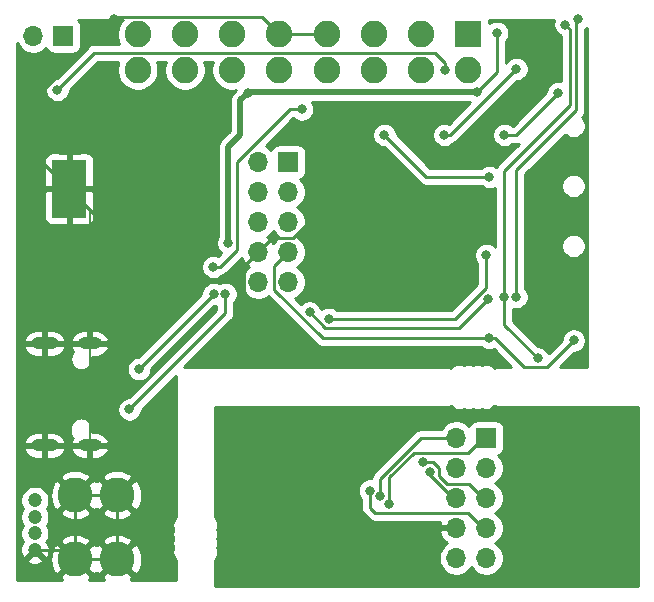
<source format=gbl>
G04 #@! TF.GenerationSoftware,KiCad,Pcbnew,5.1.9*
G04 #@! TF.CreationDate,2021-03-15T09:56:04+01:00*
G04 #@! TF.ProjectId,obd32,6f626433-322e-46b6-9963-61645f706362,rev?*
G04 #@! TF.SameCoordinates,Original*
G04 #@! TF.FileFunction,Copper,L2,Bot*
G04 #@! TF.FilePolarity,Positive*
%FSLAX46Y46*%
G04 Gerber Fmt 4.6, Leading zero omitted, Abs format (unit mm)*
G04 Created by KiCad (PCBNEW 5.1.9) date 2021-03-15 09:56:04*
%MOMM*%
%LPD*%
G01*
G04 APERTURE LIST*
G04 #@! TA.AperFunction,ComponentPad*
%ADD10O,2.300000X1.000000*%
G04 #@! TD*
G04 #@! TA.AperFunction,ComponentPad*
%ADD11O,2.000000X1.000000*%
G04 #@! TD*
G04 #@! TA.AperFunction,ComponentPad*
%ADD12O,1.700000X1.700000*%
G04 #@! TD*
G04 #@! TA.AperFunction,ComponentPad*
%ADD13R,1.700000X1.700000*%
G04 #@! TD*
G04 #@! TA.AperFunction,ComponentPad*
%ADD14C,2.250000*%
G04 #@! TD*
G04 #@! TA.AperFunction,ComponentPad*
%ADD15R,2.250000X2.250000*%
G04 #@! TD*
G04 #@! TA.AperFunction,ComponentPad*
%ADD16C,2.970000*%
G04 #@! TD*
G04 #@! TA.AperFunction,ComponentPad*
%ADD17C,1.200000*%
G04 #@! TD*
G04 #@! TA.AperFunction,ComponentPad*
%ADD18C,0.600000*%
G04 #@! TD*
G04 #@! TA.AperFunction,SMDPad,CuDef*
%ADD19R,2.950000X4.900000*%
G04 #@! TD*
G04 #@! TA.AperFunction,ViaPad*
%ADD20C,0.800000*%
G04 #@! TD*
G04 #@! TA.AperFunction,Conductor*
%ADD21C,0.250000*%
G04 #@! TD*
G04 #@! TA.AperFunction,Conductor*
%ADD22C,0.200000*%
G04 #@! TD*
G04 #@! TA.AperFunction,Conductor*
%ADD23C,0.500000*%
G04 #@! TD*
G04 #@! TA.AperFunction,Conductor*
%ADD24C,0.254000*%
G04 #@! TD*
G04 #@! TA.AperFunction,Conductor*
%ADD25C,0.100000*%
G04 #@! TD*
G04 APERTURE END LIST*
D10*
X199838500Y-98935000D03*
X199838500Y-90295000D03*
D11*
X203663500Y-90295000D03*
X203663500Y-98935000D03*
D12*
X198882000Y-64262000D03*
D13*
X201422000Y-64262000D03*
D14*
X207712000Y-67135000D03*
X211712000Y-67135000D03*
X215712000Y-67135000D03*
X219712000Y-67135000D03*
X223712000Y-67135000D03*
X227712000Y-67135000D03*
X231712000Y-67135000D03*
X235712000Y-67135000D03*
X207712000Y-64135000D03*
X211712000Y-64135000D03*
X215712000Y-64135000D03*
X219712000Y-64135000D03*
X223712000Y-64135000D03*
X227712000Y-64135000D03*
X231712000Y-64135000D03*
D15*
X235712000Y-64135000D03*
D12*
X234696000Y-108458000D03*
X237236000Y-108458000D03*
X234696000Y-105918000D03*
X237236000Y-105918000D03*
X234696000Y-103378000D03*
X237236000Y-103378000D03*
X234696000Y-100838000D03*
X237236000Y-100838000D03*
X234696000Y-98298000D03*
D13*
X237236000Y-98298000D03*
D12*
X217932000Y-85090000D03*
X220472000Y-85090000D03*
X217932000Y-82550000D03*
X220472000Y-82550000D03*
X217932000Y-80010000D03*
X220472000Y-80010000D03*
X217932000Y-77470000D03*
X220472000Y-77470000D03*
X217932000Y-74930000D03*
D13*
X220472000Y-74930000D03*
D16*
X205978000Y-103124000D03*
X205978000Y-108544000D03*
X202438000Y-108544000D03*
X202438000Y-103124000D03*
D17*
X199018000Y-107784000D03*
X199018000Y-106384000D03*
X199018000Y-104984000D03*
X199018000Y-103584000D03*
D18*
X202580000Y-79166000D03*
X202580000Y-77866000D03*
X201280000Y-77866000D03*
X201280000Y-79166000D03*
X202580000Y-75266000D03*
X202580000Y-76566000D03*
X201280000Y-76566000D03*
X201280000Y-75266000D03*
D19*
X201930000Y-77216000D03*
D20*
X223012000Y-71374000D03*
X222250000Y-73660000D03*
X220726000Y-91948000D03*
X233680000Y-78740000D03*
X242785000Y-85559000D03*
X213106002Y-76454000D03*
X205740000Y-62855036D03*
X241935000Y-65278000D03*
X214122000Y-83820000D03*
X221615000Y-70485000D03*
X215392006Y-81788000D03*
X236438331Y-68982013D03*
X217043000Y-69088000D03*
X244639198Y-90038891D03*
X237490000Y-89840042D03*
X238125014Y-64008000D03*
X237370000Y-86494000D03*
X222273866Y-87659046D03*
X238760000Y-86360000D03*
X243935046Y-63305178D03*
X241576309Y-91553998D03*
X239776000Y-86360000D03*
X244972624Y-62855000D03*
X239776000Y-67056000D03*
X233680000Y-72644000D03*
X238760000Y-72644000D03*
X243332014Y-69088000D03*
X228599998Y-72644000D03*
X237490000Y-76200000D03*
X215145727Y-86105960D03*
X207010001Y-95885000D03*
X214145729Y-86111254D03*
X207838023Y-92477987D03*
X237236012Y-82804000D03*
X223929819Y-88232979D03*
X200914000Y-68834000D03*
X233740998Y-67117000D03*
X232486295Y-101141556D03*
X231902000Y-100329990D03*
X228266681Y-103238765D03*
X229028974Y-103886000D03*
X227387948Y-102761425D03*
D21*
X201678000Y-107784000D02*
X202438000Y-108544000D01*
X199018000Y-107784000D02*
X201678000Y-107784000D01*
X202438000Y-103124000D02*
X202438000Y-108544000D01*
X202438000Y-103124000D02*
X205978000Y-103124000D01*
X205978000Y-103124000D02*
X205978000Y-108544000D01*
X202438000Y-108544000D02*
X205978000Y-108544000D01*
X219712000Y-64135000D02*
X223712000Y-64135000D01*
X223012000Y-72898000D02*
X222250000Y-73660000D01*
X223012000Y-71374000D02*
X223012000Y-72898000D01*
X219581590Y-91948000D02*
X220726000Y-91948000D01*
X216756999Y-89123409D02*
X219581590Y-91948000D01*
X217932000Y-82550000D02*
X216756999Y-83725001D01*
X216756999Y-83725001D02*
X216756999Y-89123409D01*
X222250000Y-79971002D02*
X222250000Y-73660000D01*
X220846003Y-81374999D02*
X222250000Y-79971002D01*
X219107001Y-81374999D02*
X220846003Y-81374999D01*
X217932000Y-82550000D02*
X219107001Y-81374999D01*
X215646000Y-84836000D02*
X217932000Y-82550000D01*
X201930000Y-77216000D02*
X209550000Y-84836000D01*
X228600000Y-73660000D02*
X233680000Y-78740000D01*
X222250000Y-73660000D02*
X228600000Y-73660000D01*
X213106000Y-84836000D02*
X215646000Y-84836000D01*
X209550000Y-84836000D02*
X213106000Y-84836000D01*
X213106000Y-84836000D02*
X213106000Y-76454002D01*
X213106000Y-76454002D02*
X213106002Y-76454000D01*
X201930000Y-77216000D02*
X199136000Y-74422000D01*
X199136000Y-74422000D02*
X199136000Y-69459036D01*
X199136000Y-69459036D02*
X205740000Y-62855036D01*
X205910037Y-62684999D02*
X205740000Y-62855036D01*
X218261999Y-62684999D02*
X205910037Y-62684999D01*
X219712000Y-64135000D02*
X218261999Y-62684999D01*
D22*
X203663500Y-90295000D02*
X199838500Y-90295000D01*
X199838500Y-98935000D02*
X203663500Y-98935000D01*
X203663500Y-78949500D02*
X201930000Y-77216000D01*
X203663500Y-90295000D02*
X203663500Y-78949500D01*
X203663500Y-97863542D02*
X203663500Y-98935000D01*
X203663500Y-90295000D02*
X203663500Y-97863542D01*
X199838500Y-98935000D02*
X199838500Y-90295000D01*
D21*
X199838500Y-100524500D02*
X199838500Y-98935000D01*
X202438000Y-103124000D02*
X199838500Y-100524500D01*
X203663500Y-100809500D02*
X203663500Y-98935000D01*
X205978000Y-103124000D02*
X203663500Y-100809500D01*
X220587520Y-70485000D02*
X221615000Y-70485000D01*
X214687685Y-83820000D02*
X216117008Y-82390677D01*
X214122000Y-83820000D02*
X214687685Y-83820000D01*
X216117008Y-82390677D02*
X216117008Y-74955512D01*
X216117008Y-74955512D02*
X220587520Y-70485000D01*
D23*
X217148987Y-68982013D02*
X217043000Y-69088000D01*
X236438331Y-68982013D02*
X217148987Y-68982013D01*
X216408000Y-69723000D02*
X217043000Y-69088000D01*
X216408000Y-72644000D02*
X216408000Y-69723000D01*
X215392006Y-73659994D02*
X216408000Y-72644000D01*
X215392006Y-81788000D02*
X215392006Y-73659994D01*
D21*
X240403621Y-92279000D02*
X237950313Y-89825692D01*
X237950313Y-89825692D02*
X237504350Y-89825692D01*
X244639198Y-90038891D02*
X242399089Y-92279000D01*
X242399089Y-92279000D02*
X240403621Y-92279000D01*
X223381858Y-89840042D02*
X237490000Y-89840042D01*
X219296999Y-85755183D02*
X223381858Y-89840042D01*
X220472000Y-82550000D02*
X219296999Y-83725001D01*
X219296999Y-83725001D02*
X219296999Y-85755183D01*
X237504350Y-89825692D02*
X237490000Y-89840042D01*
X238125014Y-67295330D02*
X238125014Y-64008000D01*
X236438331Y-68982013D02*
X238125014Y-67295330D01*
X223572809Y-88957989D02*
X222273866Y-87659046D01*
X234906011Y-88957989D02*
X223572809Y-88957989D01*
X237370000Y-86494000D02*
X234906011Y-88957989D01*
X244335045Y-63705177D02*
X243935046Y-63305178D01*
X238760000Y-75692000D02*
X244335045Y-70116955D01*
X244335045Y-70116955D02*
X244335045Y-63705177D01*
X238760000Y-86360000D02*
X238760000Y-75692000D01*
X238760000Y-86360000D02*
X238760000Y-88737689D01*
X238760000Y-88737689D02*
X241576309Y-91553998D01*
X244856000Y-62971624D02*
X244972624Y-62855000D01*
X244856000Y-70554998D02*
X244856000Y-62971624D01*
X239776000Y-75634998D02*
X244856000Y-70554998D01*
X239776000Y-86360000D02*
X239776000Y-75634998D01*
X239776000Y-67056000D02*
X234188000Y-72644000D01*
X234188000Y-72644000D02*
X233680000Y-72644000D01*
X238760000Y-72644000D02*
X239776014Y-72644000D01*
X239776000Y-72644000D02*
X243332000Y-69088000D01*
X228599998Y-72644000D02*
X232155998Y-76200000D01*
X232155998Y-76200000D02*
X237490000Y-76200000D01*
X215145727Y-86105960D02*
X215145727Y-87749274D01*
X215145727Y-87749274D02*
X207010001Y-95885000D01*
X214145729Y-86111254D02*
X207838023Y-92418960D01*
X207838023Y-92418960D02*
X207838023Y-92477987D01*
X234601021Y-88232979D02*
X223929819Y-88232979D01*
X237236012Y-85597988D02*
X234601021Y-88232979D01*
X237236012Y-82804000D02*
X237236012Y-85597988D01*
X204063001Y-65684999D02*
X200914000Y-68834000D01*
X232874682Y-65684999D02*
X204063001Y-65684999D01*
X233740998Y-66551315D02*
X232874682Y-65684999D01*
X233740998Y-67117000D02*
X233740998Y-66551315D01*
X232486295Y-101422295D02*
X232486295Y-101141556D01*
X234442000Y-103378000D02*
X232486295Y-101422295D01*
X233903409Y-102202999D02*
X233211296Y-101510886D01*
X236982000Y-103378000D02*
X235806999Y-102202999D01*
X233211296Y-100819623D02*
X232721663Y-100329990D01*
X235806999Y-102202999D02*
X233903409Y-102202999D01*
X233211296Y-101510886D02*
X233211296Y-100819623D01*
X232721663Y-100329990D02*
X231902000Y-100329990D01*
X234442000Y-98298000D02*
X231716587Y-98298000D01*
X228266681Y-101747906D02*
X228266681Y-103238765D01*
X231716587Y-98298000D02*
X228266681Y-101747906D01*
X229028974Y-101622024D02*
X229028974Y-103886000D01*
X231082998Y-99568000D02*
X229028974Y-101622024D01*
X235711998Y-99568000D02*
X231082998Y-99568000D01*
X236982000Y-98298000D02*
X235711998Y-99568000D01*
X235712000Y-104648000D02*
X227838000Y-104648000D01*
X236982000Y-105918000D02*
X235712000Y-104648000D01*
X227838000Y-104648000D02*
X227387948Y-104197948D01*
X227387948Y-104197948D02*
X227387948Y-102761425D01*
D24*
X206344919Y-63013065D02*
X206152308Y-63301327D01*
X206019636Y-63621627D01*
X205952000Y-63961655D01*
X205952000Y-64308345D01*
X206019636Y-64648373D01*
X206134218Y-64924999D01*
X204100324Y-64924999D01*
X204063001Y-64921323D01*
X204025678Y-64924999D01*
X204025668Y-64924999D01*
X203914015Y-64935996D01*
X203806292Y-64968673D01*
X203770754Y-64979453D01*
X203638724Y-65050025D01*
X203563208Y-65112000D01*
X203523000Y-65144998D01*
X203499202Y-65173996D01*
X200874199Y-67799000D01*
X200812061Y-67799000D01*
X200612102Y-67838774D01*
X200423744Y-67916795D01*
X200254226Y-68030063D01*
X200110063Y-68174226D01*
X199996795Y-68343744D01*
X199918774Y-68532102D01*
X199879000Y-68732061D01*
X199879000Y-68935939D01*
X199918774Y-69135898D01*
X199996795Y-69324256D01*
X200110063Y-69493774D01*
X200254226Y-69637937D01*
X200423744Y-69751205D01*
X200612102Y-69829226D01*
X200812061Y-69869000D01*
X201015939Y-69869000D01*
X201215898Y-69829226D01*
X201404256Y-69751205D01*
X201573774Y-69637937D01*
X201717937Y-69493774D01*
X201831205Y-69324256D01*
X201909226Y-69135898D01*
X201949000Y-68935939D01*
X201949000Y-68873801D01*
X204377803Y-66444999D01*
X206092797Y-66444999D01*
X206019636Y-66621627D01*
X205952000Y-66961655D01*
X205952000Y-67308345D01*
X206019636Y-67648373D01*
X206152308Y-67968673D01*
X206344919Y-68256935D01*
X206590065Y-68502081D01*
X206878327Y-68694692D01*
X207198627Y-68827364D01*
X207538655Y-68895000D01*
X207885345Y-68895000D01*
X208225373Y-68827364D01*
X208545673Y-68694692D01*
X208833935Y-68502081D01*
X209079081Y-68256935D01*
X209271692Y-67968673D01*
X209404364Y-67648373D01*
X209472000Y-67308345D01*
X209472000Y-66961655D01*
X209404364Y-66621627D01*
X209331203Y-66444999D01*
X210092797Y-66444999D01*
X210019636Y-66621627D01*
X209952000Y-66961655D01*
X209952000Y-67308345D01*
X210019636Y-67648373D01*
X210152308Y-67968673D01*
X210344919Y-68256935D01*
X210590065Y-68502081D01*
X210878327Y-68694692D01*
X211198627Y-68827364D01*
X211538655Y-68895000D01*
X211885345Y-68895000D01*
X212225373Y-68827364D01*
X212545673Y-68694692D01*
X212833935Y-68502081D01*
X213079081Y-68256935D01*
X213271692Y-67968673D01*
X213404364Y-67648373D01*
X213472000Y-67308345D01*
X213472000Y-66961655D01*
X213404364Y-66621627D01*
X213331203Y-66444999D01*
X214092797Y-66444999D01*
X214019636Y-66621627D01*
X213952000Y-66961655D01*
X213952000Y-67308345D01*
X214019636Y-67648373D01*
X214152308Y-67968673D01*
X214344919Y-68256935D01*
X214590065Y-68502081D01*
X214878327Y-68694692D01*
X215198627Y-68827364D01*
X215538655Y-68895000D01*
X215885345Y-68895000D01*
X216009023Y-68870399D01*
X215812951Y-69066471D01*
X215779184Y-69094183D01*
X215751471Y-69127951D01*
X215751468Y-69127954D01*
X215668590Y-69228941D01*
X215586412Y-69382687D01*
X215535805Y-69549510D01*
X215518719Y-69723000D01*
X215523001Y-69766479D01*
X215523000Y-72277421D01*
X214796957Y-73003465D01*
X214763190Y-73031177D01*
X214735477Y-73064945D01*
X214735474Y-73064948D01*
X214652596Y-73165935D01*
X214570418Y-73319681D01*
X214519811Y-73486504D01*
X214502725Y-73659994D01*
X214507007Y-73703473D01*
X214507006Y-81249546D01*
X214474801Y-81297744D01*
X214396780Y-81486102D01*
X214357006Y-81686061D01*
X214357006Y-81889939D01*
X214396780Y-82089898D01*
X214474801Y-82278256D01*
X214588069Y-82447774D01*
X214732232Y-82591937D01*
X214797402Y-82635482D01*
X214554155Y-82878729D01*
X214423898Y-82824774D01*
X214223939Y-82785000D01*
X214020061Y-82785000D01*
X213820102Y-82824774D01*
X213631744Y-82902795D01*
X213462226Y-83016063D01*
X213318063Y-83160226D01*
X213204795Y-83329744D01*
X213126774Y-83518102D01*
X213087000Y-83718061D01*
X213087000Y-83921939D01*
X213126774Y-84121898D01*
X213204795Y-84310256D01*
X213318063Y-84479774D01*
X213462226Y-84623937D01*
X213631744Y-84737205D01*
X213820102Y-84815226D01*
X214020061Y-84855000D01*
X214223939Y-84855000D01*
X214423898Y-84815226D01*
X214612256Y-84737205D01*
X214781774Y-84623937D01*
X214836724Y-84568987D01*
X214979932Y-84525546D01*
X215111961Y-84454974D01*
X215227686Y-84360001D01*
X215251489Y-84330997D01*
X216533595Y-83048891D01*
X216535175Y-83054099D01*
X216660359Y-83316920D01*
X216834412Y-83550269D01*
X217050645Y-83745178D01*
X217167534Y-83814805D01*
X216985368Y-83936525D01*
X216778525Y-84143368D01*
X216616010Y-84386589D01*
X216504068Y-84656842D01*
X216447000Y-84943740D01*
X216447000Y-85236260D01*
X216504068Y-85523158D01*
X216616010Y-85793411D01*
X216778525Y-86036632D01*
X216985368Y-86243475D01*
X217228589Y-86405990D01*
X217498842Y-86517932D01*
X217785740Y-86575000D01*
X218078260Y-86575000D01*
X218365158Y-86517932D01*
X218635411Y-86405990D01*
X218776856Y-86311480D01*
X218785997Y-86318982D01*
X222818059Y-90351045D01*
X222841857Y-90380043D01*
X222870855Y-90403841D01*
X222957581Y-90475016D01*
X223062764Y-90531238D01*
X223089611Y-90545588D01*
X223232872Y-90589045D01*
X223344525Y-90600042D01*
X223344535Y-90600042D01*
X223381858Y-90603718D01*
X223419180Y-90600042D01*
X236786289Y-90600042D01*
X236830226Y-90643979D01*
X236999744Y-90757247D01*
X237188102Y-90835268D01*
X237388061Y-90875042D01*
X237591939Y-90875042D01*
X237791898Y-90835268D01*
X237857793Y-90807973D01*
X239353818Y-92304000D01*
X238219581Y-92304000D01*
X238186593Y-92307249D01*
X238173409Y-92307249D01*
X238164244Y-92308212D01*
X237967192Y-92330315D01*
X237925659Y-92339144D01*
X237828523Y-92242008D01*
X237676285Y-92140286D01*
X237507126Y-92070218D01*
X237327548Y-92034497D01*
X237144452Y-92034497D01*
X236964874Y-92070218D01*
X236855000Y-92115729D01*
X236745126Y-92070218D01*
X236565548Y-92034497D01*
X236382452Y-92034497D01*
X236202874Y-92070218D01*
X236093000Y-92115729D01*
X235983126Y-92070218D01*
X235803548Y-92034497D01*
X235620452Y-92034497D01*
X235440874Y-92070218D01*
X235331000Y-92115729D01*
X235221126Y-92070218D01*
X235041548Y-92034497D01*
X234858452Y-92034497D01*
X234678874Y-92070218D01*
X234509715Y-92140286D01*
X234357477Y-92242008D01*
X234260258Y-92339227D01*
X234204913Y-92327463D01*
X234195748Y-92326500D01*
X233998406Y-92307150D01*
X233998402Y-92307150D01*
X233966419Y-92304000D01*
X211665803Y-92304000D01*
X215656730Y-88313073D01*
X215685728Y-88289275D01*
X215731929Y-88232979D01*
X215780701Y-88173551D01*
X215851273Y-88041521D01*
X215854118Y-88032143D01*
X215894730Y-87898260D01*
X215905727Y-87786607D01*
X215905727Y-87786598D01*
X215909403Y-87749275D01*
X215905727Y-87711952D01*
X215905727Y-86809671D01*
X215949664Y-86765734D01*
X216062932Y-86596216D01*
X216140953Y-86407858D01*
X216180727Y-86207899D01*
X216180727Y-86004021D01*
X216140953Y-85804062D01*
X216062932Y-85615704D01*
X215949664Y-85446186D01*
X215805501Y-85302023D01*
X215635983Y-85188755D01*
X215447625Y-85110734D01*
X215247666Y-85070960D01*
X215043788Y-85070960D01*
X214843829Y-85110734D01*
X214655471Y-85188755D01*
X214641766Y-85197912D01*
X214635985Y-85194049D01*
X214447627Y-85116028D01*
X214247668Y-85076254D01*
X214043790Y-85076254D01*
X213843831Y-85116028D01*
X213655473Y-85194049D01*
X213485955Y-85307317D01*
X213341792Y-85451480D01*
X213228524Y-85620998D01*
X213150503Y-85809356D01*
X213110729Y-86009315D01*
X213110729Y-86071452D01*
X207739195Y-91442987D01*
X207736084Y-91442987D01*
X207536125Y-91482761D01*
X207347767Y-91560782D01*
X207178249Y-91674050D01*
X207034086Y-91818213D01*
X206920818Y-91987731D01*
X206842797Y-92176089D01*
X206803023Y-92376048D01*
X206803023Y-92579926D01*
X206842797Y-92779885D01*
X206920818Y-92968243D01*
X207034086Y-93137761D01*
X207178249Y-93281924D01*
X207347767Y-93395192D01*
X207536125Y-93473213D01*
X207736084Y-93512987D01*
X207939962Y-93512987D01*
X208139921Y-93473213D01*
X208328279Y-93395192D01*
X208497797Y-93281924D01*
X208641960Y-93137761D01*
X208755228Y-92968243D01*
X208833249Y-92779885D01*
X208873023Y-92579926D01*
X208873023Y-92458761D01*
X214185531Y-87146254D01*
X214247668Y-87146254D01*
X214385728Y-87118792D01*
X214385728Y-87434471D01*
X206970200Y-94850000D01*
X206908062Y-94850000D01*
X206708103Y-94889774D01*
X206519745Y-94967795D01*
X206350227Y-95081063D01*
X206206064Y-95225226D01*
X206092796Y-95394744D01*
X206014775Y-95583102D01*
X205975001Y-95783061D01*
X205975001Y-95986939D01*
X206014775Y-96186898D01*
X206092796Y-96375256D01*
X206206064Y-96544774D01*
X206350227Y-96688937D01*
X206519745Y-96802205D01*
X206708103Y-96880226D01*
X206908062Y-96920000D01*
X207111940Y-96920000D01*
X207311899Y-96880226D01*
X207500257Y-96802205D01*
X207669775Y-96688937D01*
X207813938Y-96544774D01*
X207927206Y-96375256D01*
X208005227Y-96186898D01*
X208045001Y-95986939D01*
X208045001Y-95924801D01*
X210922000Y-93047802D01*
X210922001Y-104680419D01*
X210925249Y-104713397D01*
X210925249Y-104726591D01*
X210926212Y-104735756D01*
X210948315Y-104932808D01*
X210957144Y-104974341D01*
X210860008Y-105071477D01*
X210758286Y-105223715D01*
X210688218Y-105392874D01*
X210652497Y-105572452D01*
X210652497Y-105755548D01*
X210688218Y-105935126D01*
X210733729Y-106045000D01*
X210688218Y-106154874D01*
X210652497Y-106334452D01*
X210652497Y-106517548D01*
X210688218Y-106697126D01*
X210733729Y-106807000D01*
X210688218Y-106916874D01*
X210652497Y-107096452D01*
X210652497Y-107279548D01*
X210688218Y-107459126D01*
X210733729Y-107569000D01*
X210688218Y-107678874D01*
X210652497Y-107858452D01*
X210652497Y-108041548D01*
X210688218Y-108221126D01*
X210758286Y-108390285D01*
X210860008Y-108542523D01*
X210957227Y-108639742D01*
X210945463Y-108695087D01*
X210944500Y-108704252D01*
X210925150Y-108901594D01*
X210925150Y-108901608D01*
X210922001Y-108933581D01*
X210922000Y-110338000D01*
X207125652Y-110338000D01*
X207279369Y-110024974D01*
X205978000Y-108723605D01*
X204676631Y-110024974D01*
X204830348Y-110338000D01*
X203585652Y-110338000D01*
X203739369Y-110024974D01*
X202438000Y-108723605D01*
X201136631Y-110024974D01*
X201290348Y-110338000D01*
X197510000Y-110338000D01*
X197510000Y-108633764D01*
X198347841Y-108633764D01*
X198395148Y-108857348D01*
X198616516Y-108958237D01*
X198853313Y-109014000D01*
X199096438Y-109022495D01*
X199336549Y-108983395D01*
X199564418Y-108898202D01*
X199640852Y-108857348D01*
X199688159Y-108633764D01*
X199641811Y-108587416D01*
X200308184Y-108587416D01*
X200357578Y-109002089D01*
X200486921Y-109399157D01*
X200643002Y-109691162D01*
X200957026Y-109845369D01*
X202258395Y-108544000D01*
X202617605Y-108544000D01*
X203918974Y-109845369D01*
X204208000Y-109703438D01*
X204497026Y-109845369D01*
X205798395Y-108544000D01*
X206157605Y-108544000D01*
X207458974Y-109845369D01*
X207772998Y-109691162D01*
X207962308Y-109318933D01*
X208075362Y-108916924D01*
X208107816Y-108500584D01*
X208058422Y-108085911D01*
X207929079Y-107688843D01*
X207772998Y-107396838D01*
X207458974Y-107242631D01*
X206157605Y-108544000D01*
X205798395Y-108544000D01*
X204497026Y-107242631D01*
X204208000Y-107384562D01*
X203918974Y-107242631D01*
X202617605Y-108544000D01*
X202258395Y-108544000D01*
X200957026Y-107242631D01*
X200643002Y-107396838D01*
X200453692Y-107769067D01*
X200340638Y-108171076D01*
X200308184Y-108587416D01*
X199641811Y-108587416D01*
X199018000Y-107963605D01*
X198347841Y-108633764D01*
X197510000Y-108633764D01*
X197510000Y-107862438D01*
X197779505Y-107862438D01*
X197818605Y-108102549D01*
X197903798Y-108330418D01*
X197944652Y-108406852D01*
X198168236Y-108454159D01*
X198838395Y-107784000D01*
X198824253Y-107769858D01*
X198975110Y-107619000D01*
X199060890Y-107619000D01*
X199211748Y-107769858D01*
X199197605Y-107784000D01*
X199867764Y-108454159D01*
X200091348Y-108406852D01*
X200192237Y-108185484D01*
X200248000Y-107948687D01*
X200256495Y-107705562D01*
X200217395Y-107465451D01*
X200132202Y-107237582D01*
X200091348Y-107161148D01*
X199997339Y-107141257D01*
X200049611Y-107063026D01*
X201136631Y-107063026D01*
X202438000Y-108364395D01*
X203739369Y-107063026D01*
X204676631Y-107063026D01*
X205978000Y-108364395D01*
X207279369Y-107063026D01*
X207125162Y-106749002D01*
X206752933Y-106559692D01*
X206350924Y-106446638D01*
X205934584Y-106414184D01*
X205519911Y-106463578D01*
X205122843Y-106592921D01*
X204830838Y-106749002D01*
X204676631Y-107063026D01*
X203739369Y-107063026D01*
X203585162Y-106749002D01*
X203212933Y-106559692D01*
X202810924Y-106446638D01*
X202394584Y-106414184D01*
X201979911Y-106463578D01*
X201582843Y-106592921D01*
X201290838Y-106749002D01*
X201136631Y-107063026D01*
X200049611Y-107063026D01*
X200112443Y-106968992D01*
X200205540Y-106744236D01*
X200253000Y-106505637D01*
X200253000Y-106262363D01*
X200205540Y-106023764D01*
X200112443Y-105799008D01*
X200035597Y-105684000D01*
X200112443Y-105568992D01*
X200205540Y-105344236D01*
X200253000Y-105105637D01*
X200253000Y-104862363D01*
X200205540Y-104623764D01*
X200197757Y-104604974D01*
X201136631Y-104604974D01*
X201290838Y-104918998D01*
X201663067Y-105108308D01*
X202065076Y-105221362D01*
X202481416Y-105253816D01*
X202896089Y-105204422D01*
X203293157Y-105075079D01*
X203585162Y-104918998D01*
X203739369Y-104604974D01*
X204676631Y-104604974D01*
X204830838Y-104918998D01*
X205203067Y-105108308D01*
X205605076Y-105221362D01*
X206021416Y-105253816D01*
X206436089Y-105204422D01*
X206833157Y-105075079D01*
X207125162Y-104918998D01*
X207279369Y-104604974D01*
X205978000Y-103303605D01*
X204676631Y-104604974D01*
X203739369Y-104604974D01*
X202438000Y-103303605D01*
X201136631Y-104604974D01*
X200197757Y-104604974D01*
X200112443Y-104399008D01*
X200035597Y-104284000D01*
X200112443Y-104168992D01*
X200205540Y-103944236D01*
X200253000Y-103705637D01*
X200253000Y-103462363D01*
X200205540Y-103223764D01*
X200182200Y-103167416D01*
X200308184Y-103167416D01*
X200357578Y-103582089D01*
X200486921Y-103979157D01*
X200643002Y-104271162D01*
X200957026Y-104425369D01*
X202258395Y-103124000D01*
X202617605Y-103124000D01*
X203918974Y-104425369D01*
X204208000Y-104283438D01*
X204497026Y-104425369D01*
X205798395Y-103124000D01*
X206157605Y-103124000D01*
X207458974Y-104425369D01*
X207772998Y-104271162D01*
X207962308Y-103898933D01*
X208075362Y-103496924D01*
X208107816Y-103080584D01*
X208058422Y-102665911D01*
X207929079Y-102268843D01*
X207772998Y-101976838D01*
X207458974Y-101822631D01*
X206157605Y-103124000D01*
X205798395Y-103124000D01*
X204497026Y-101822631D01*
X204208000Y-101964562D01*
X203918974Y-101822631D01*
X202617605Y-103124000D01*
X202258395Y-103124000D01*
X200957026Y-101822631D01*
X200643002Y-101976838D01*
X200453692Y-102349067D01*
X200340638Y-102751076D01*
X200308184Y-103167416D01*
X200182200Y-103167416D01*
X200112443Y-102999008D01*
X199977287Y-102796733D01*
X199805267Y-102624713D01*
X199602992Y-102489557D01*
X199378236Y-102396460D01*
X199139637Y-102349000D01*
X198896363Y-102349000D01*
X198657764Y-102396460D01*
X198433008Y-102489557D01*
X198230733Y-102624713D01*
X198058713Y-102796733D01*
X197923557Y-102999008D01*
X197830460Y-103223764D01*
X197783000Y-103462363D01*
X197783000Y-103705637D01*
X197830460Y-103944236D01*
X197923557Y-104168992D01*
X198000403Y-104284000D01*
X197923557Y-104399008D01*
X197830460Y-104623764D01*
X197783000Y-104862363D01*
X197783000Y-105105637D01*
X197830460Y-105344236D01*
X197923557Y-105568992D01*
X198000403Y-105684000D01*
X197923557Y-105799008D01*
X197830460Y-106023764D01*
X197783000Y-106262363D01*
X197783000Y-106505637D01*
X197830460Y-106744236D01*
X197923557Y-106968992D01*
X198038661Y-107141257D01*
X197944652Y-107161148D01*
X197843763Y-107382516D01*
X197788000Y-107619313D01*
X197779505Y-107862438D01*
X197510000Y-107862438D01*
X197510000Y-101643026D01*
X201136631Y-101643026D01*
X202438000Y-102944395D01*
X203739369Y-101643026D01*
X204676631Y-101643026D01*
X205978000Y-102944395D01*
X207279369Y-101643026D01*
X207125162Y-101329002D01*
X206752933Y-101139692D01*
X206350924Y-101026638D01*
X205934584Y-100994184D01*
X205519911Y-101043578D01*
X205122843Y-101172921D01*
X204830838Y-101329002D01*
X204676631Y-101643026D01*
X203739369Y-101643026D01*
X203585162Y-101329002D01*
X203212933Y-101139692D01*
X202810924Y-101026638D01*
X202394584Y-100994184D01*
X201979911Y-101043578D01*
X201582843Y-101172921D01*
X201290838Y-101329002D01*
X201136631Y-101643026D01*
X197510000Y-101643026D01*
X197510000Y-99236874D01*
X198094381Y-99236874D01*
X198174224Y-99459976D01*
X198296131Y-99647764D01*
X198452331Y-99808161D01*
X198636822Y-99935003D01*
X198842513Y-100023415D01*
X199061500Y-100070000D01*
X199711500Y-100070000D01*
X199711500Y-99062000D01*
X199965500Y-99062000D01*
X199965500Y-100070000D01*
X200615500Y-100070000D01*
X200834487Y-100023415D01*
X201040178Y-99935003D01*
X201224669Y-99808161D01*
X201380869Y-99647764D01*
X201502776Y-99459976D01*
X201582619Y-99236874D01*
X202069381Y-99236874D01*
X202149224Y-99459976D01*
X202271131Y-99647764D01*
X202427331Y-99808161D01*
X202611822Y-99935003D01*
X202817513Y-100023415D01*
X203036500Y-100070000D01*
X203536500Y-100070000D01*
X203536500Y-99062000D01*
X203790500Y-99062000D01*
X203790500Y-100070000D01*
X204290500Y-100070000D01*
X204509487Y-100023415D01*
X204715178Y-99935003D01*
X204899669Y-99808161D01*
X205055869Y-99647764D01*
X205177776Y-99459976D01*
X205257619Y-99236874D01*
X205131454Y-99062000D01*
X203790500Y-99062000D01*
X203536500Y-99062000D01*
X202195546Y-99062000D01*
X202069381Y-99236874D01*
X201582619Y-99236874D01*
X201456454Y-99062000D01*
X199965500Y-99062000D01*
X199711500Y-99062000D01*
X198220546Y-99062000D01*
X198094381Y-99236874D01*
X197510000Y-99236874D01*
X197510000Y-98633126D01*
X198094381Y-98633126D01*
X198220546Y-98808000D01*
X199711500Y-98808000D01*
X199711500Y-97800000D01*
X199965500Y-97800000D01*
X199965500Y-98808000D01*
X201456454Y-98808000D01*
X201582619Y-98633126D01*
X201502776Y-98410024D01*
X201380869Y-98222236D01*
X201224669Y-98061839D01*
X201040178Y-97934997D01*
X200834487Y-97846585D01*
X200615500Y-97800000D01*
X199965500Y-97800000D01*
X199711500Y-97800000D01*
X199061500Y-97800000D01*
X198842513Y-97846585D01*
X198636822Y-97934997D01*
X198452331Y-98061839D01*
X198296131Y-98222236D01*
X198174224Y-98410024D01*
X198094381Y-98633126D01*
X197510000Y-98633126D01*
X197510000Y-97444068D01*
X202003500Y-97444068D01*
X202003500Y-97785931D01*
X202017029Y-97923291D01*
X202070493Y-98099539D01*
X202157314Y-98261971D01*
X202206460Y-98321856D01*
X202149224Y-98410024D01*
X202069381Y-98633126D01*
X202195546Y-98808000D01*
X203536500Y-98808000D01*
X203536500Y-98788000D01*
X203790500Y-98788000D01*
X203790500Y-98808000D01*
X205131454Y-98808000D01*
X205257619Y-98633126D01*
X205177776Y-98410024D01*
X205055869Y-98222236D01*
X204899669Y-98061839D01*
X204715178Y-97934997D01*
X204509487Y-97846585D01*
X204290500Y-97800000D01*
X203872114Y-97800000D01*
X203873500Y-97785932D01*
X203873500Y-97444069D01*
X203859971Y-97306709D01*
X203806507Y-97130460D01*
X203719686Y-96968028D01*
X203602844Y-96825656D01*
X203460472Y-96708814D01*
X203298040Y-96621993D01*
X203121792Y-96568529D01*
X202938500Y-96550476D01*
X202755209Y-96568529D01*
X202578961Y-96621993D01*
X202416529Y-96708814D01*
X202274156Y-96825656D01*
X202157314Y-96968028D01*
X202070493Y-97130460D01*
X202017029Y-97306708D01*
X202003500Y-97444068D01*
X197510000Y-97444068D01*
X197510000Y-91522911D01*
X202003500Y-91522911D01*
X202003500Y-91707089D01*
X202039432Y-91887729D01*
X202109914Y-92057889D01*
X202212238Y-92211028D01*
X202342472Y-92341262D01*
X202495611Y-92443586D01*
X202665771Y-92514068D01*
X202846411Y-92550000D01*
X203030589Y-92550000D01*
X203211229Y-92514068D01*
X203381389Y-92443586D01*
X203534528Y-92341262D01*
X203664762Y-92211028D01*
X203767086Y-92057889D01*
X203837568Y-91887729D01*
X203873500Y-91707089D01*
X203873500Y-91522911D01*
X203855019Y-91430000D01*
X204290500Y-91430000D01*
X204509487Y-91383415D01*
X204715178Y-91295003D01*
X204899669Y-91168161D01*
X205055869Y-91007764D01*
X205177776Y-90819976D01*
X205257619Y-90596874D01*
X205131454Y-90422000D01*
X203790500Y-90422000D01*
X203790500Y-90442000D01*
X203536500Y-90442000D01*
X203536500Y-90422000D01*
X202195546Y-90422000D01*
X202069381Y-90596874D01*
X202149224Y-90819976D01*
X202252360Y-90978850D01*
X202212238Y-91018972D01*
X202109914Y-91172111D01*
X202039432Y-91342271D01*
X202003500Y-91522911D01*
X197510000Y-91522911D01*
X197510000Y-90596874D01*
X198094381Y-90596874D01*
X198174224Y-90819976D01*
X198296131Y-91007764D01*
X198452331Y-91168161D01*
X198636822Y-91295003D01*
X198842513Y-91383415D01*
X199061500Y-91430000D01*
X199711500Y-91430000D01*
X199711500Y-90422000D01*
X199965500Y-90422000D01*
X199965500Y-91430000D01*
X200615500Y-91430000D01*
X200834487Y-91383415D01*
X201040178Y-91295003D01*
X201224669Y-91168161D01*
X201380869Y-91007764D01*
X201502776Y-90819976D01*
X201582619Y-90596874D01*
X201456454Y-90422000D01*
X199965500Y-90422000D01*
X199711500Y-90422000D01*
X198220546Y-90422000D01*
X198094381Y-90596874D01*
X197510000Y-90596874D01*
X197510000Y-89993126D01*
X198094381Y-89993126D01*
X198220546Y-90168000D01*
X199711500Y-90168000D01*
X199711500Y-89160000D01*
X199965500Y-89160000D01*
X199965500Y-90168000D01*
X201456454Y-90168000D01*
X201582619Y-89993126D01*
X202069381Y-89993126D01*
X202195546Y-90168000D01*
X203536500Y-90168000D01*
X203536500Y-89160000D01*
X203790500Y-89160000D01*
X203790500Y-90168000D01*
X205131454Y-90168000D01*
X205257619Y-89993126D01*
X205177776Y-89770024D01*
X205055869Y-89582236D01*
X204899669Y-89421839D01*
X204715178Y-89294997D01*
X204509487Y-89206585D01*
X204290500Y-89160000D01*
X203790500Y-89160000D01*
X203536500Y-89160000D01*
X203036500Y-89160000D01*
X202817513Y-89206585D01*
X202611822Y-89294997D01*
X202427331Y-89421839D01*
X202271131Y-89582236D01*
X202149224Y-89770024D01*
X202069381Y-89993126D01*
X201582619Y-89993126D01*
X201502776Y-89770024D01*
X201380869Y-89582236D01*
X201224669Y-89421839D01*
X201040178Y-89294997D01*
X200834487Y-89206585D01*
X200615500Y-89160000D01*
X199965500Y-89160000D01*
X199711500Y-89160000D01*
X199061500Y-89160000D01*
X198842513Y-89206585D01*
X198636822Y-89294997D01*
X198452331Y-89421839D01*
X198296131Y-89582236D01*
X198174224Y-89770024D01*
X198094381Y-89993126D01*
X197510000Y-89993126D01*
X197510000Y-74766000D01*
X199816928Y-74766000D01*
X199820000Y-76930250D01*
X199978750Y-77089000D01*
X200832814Y-77089000D01*
X200826843Y-77198762D01*
X200825064Y-77200541D01*
X200825905Y-77216000D01*
X200825064Y-77231459D01*
X200826843Y-77233238D01*
X200832814Y-77343000D01*
X199978750Y-77343000D01*
X199820000Y-77501750D01*
X199816928Y-79666000D01*
X199829188Y-79790482D01*
X199865498Y-79910180D01*
X199924463Y-80020494D01*
X200003815Y-80117185D01*
X200100506Y-80196537D01*
X200210820Y-80255502D01*
X200330518Y-80291812D01*
X200455000Y-80304072D01*
X201644250Y-80301000D01*
X201803000Y-80142250D01*
X201803000Y-79613186D01*
X201912762Y-79619157D01*
X201914541Y-79620936D01*
X201930000Y-79620095D01*
X201945459Y-79620936D01*
X201947238Y-79619157D01*
X202057000Y-79613186D01*
X202057000Y-80142250D01*
X202215750Y-80301000D01*
X203405000Y-80304072D01*
X203529482Y-80291812D01*
X203649180Y-80255502D01*
X203759494Y-80196537D01*
X203856185Y-80117185D01*
X203935537Y-80020494D01*
X203994502Y-79910180D01*
X204030812Y-79790482D01*
X204043072Y-79666000D01*
X204040000Y-77501750D01*
X203881250Y-77343000D01*
X203027186Y-77343000D01*
X203033157Y-77233238D01*
X203034936Y-77231459D01*
X203034095Y-77216000D01*
X203034936Y-77200541D01*
X203033157Y-77198762D01*
X203027186Y-77089000D01*
X203881250Y-77089000D01*
X204040000Y-76930250D01*
X204043072Y-74766000D01*
X204030812Y-74641518D01*
X203994502Y-74521820D01*
X203935537Y-74411506D01*
X203856185Y-74314815D01*
X203759494Y-74235463D01*
X203649180Y-74176498D01*
X203529482Y-74140188D01*
X203405000Y-74127928D01*
X202215750Y-74131000D01*
X202057000Y-74289750D01*
X202057000Y-74818814D01*
X201947238Y-74812843D01*
X201945459Y-74811064D01*
X201930000Y-74811905D01*
X201914541Y-74811064D01*
X201912762Y-74812843D01*
X201803000Y-74818814D01*
X201803000Y-74289750D01*
X201644250Y-74131000D01*
X200455000Y-74127928D01*
X200330518Y-74140188D01*
X200210820Y-74176498D01*
X200100506Y-74235463D01*
X200003815Y-74314815D01*
X199924463Y-74411506D01*
X199865498Y-74521820D01*
X199829188Y-74641518D01*
X199816928Y-74766000D01*
X197510000Y-74766000D01*
X197510000Y-64830190D01*
X197566010Y-64965411D01*
X197728525Y-65208632D01*
X197935368Y-65415475D01*
X198178589Y-65577990D01*
X198448842Y-65689932D01*
X198735740Y-65747000D01*
X199028260Y-65747000D01*
X199315158Y-65689932D01*
X199585411Y-65577990D01*
X199828632Y-65415475D01*
X199960487Y-65283620D01*
X199982498Y-65356180D01*
X200041463Y-65466494D01*
X200120815Y-65563185D01*
X200217506Y-65642537D01*
X200327820Y-65701502D01*
X200447518Y-65737812D01*
X200572000Y-65750072D01*
X202272000Y-65750072D01*
X202396482Y-65737812D01*
X202516180Y-65701502D01*
X202626494Y-65642537D01*
X202723185Y-65563185D01*
X202802537Y-65466494D01*
X202861502Y-65356180D01*
X202897812Y-65236482D01*
X202910072Y-65112000D01*
X202910072Y-63412000D01*
X202897812Y-63287518D01*
X202861502Y-63167820D01*
X202802537Y-63057506D01*
X202723185Y-62960815D01*
X202636896Y-62890000D01*
X206467984Y-62890000D01*
X206344919Y-63013065D01*
G04 #@! TA.AperFunction,Conductor*
D25*
G36*
X206344919Y-63013065D02*
G01*
X206152308Y-63301327D01*
X206019636Y-63621627D01*
X205952000Y-63961655D01*
X205952000Y-64308345D01*
X206019636Y-64648373D01*
X206134218Y-64924999D01*
X204100324Y-64924999D01*
X204063001Y-64921323D01*
X204025678Y-64924999D01*
X204025668Y-64924999D01*
X203914015Y-64935996D01*
X203806292Y-64968673D01*
X203770754Y-64979453D01*
X203638724Y-65050025D01*
X203563208Y-65112000D01*
X203523000Y-65144998D01*
X203499202Y-65173996D01*
X200874199Y-67799000D01*
X200812061Y-67799000D01*
X200612102Y-67838774D01*
X200423744Y-67916795D01*
X200254226Y-68030063D01*
X200110063Y-68174226D01*
X199996795Y-68343744D01*
X199918774Y-68532102D01*
X199879000Y-68732061D01*
X199879000Y-68935939D01*
X199918774Y-69135898D01*
X199996795Y-69324256D01*
X200110063Y-69493774D01*
X200254226Y-69637937D01*
X200423744Y-69751205D01*
X200612102Y-69829226D01*
X200812061Y-69869000D01*
X201015939Y-69869000D01*
X201215898Y-69829226D01*
X201404256Y-69751205D01*
X201573774Y-69637937D01*
X201717937Y-69493774D01*
X201831205Y-69324256D01*
X201909226Y-69135898D01*
X201949000Y-68935939D01*
X201949000Y-68873801D01*
X204377803Y-66444999D01*
X206092797Y-66444999D01*
X206019636Y-66621627D01*
X205952000Y-66961655D01*
X205952000Y-67308345D01*
X206019636Y-67648373D01*
X206152308Y-67968673D01*
X206344919Y-68256935D01*
X206590065Y-68502081D01*
X206878327Y-68694692D01*
X207198627Y-68827364D01*
X207538655Y-68895000D01*
X207885345Y-68895000D01*
X208225373Y-68827364D01*
X208545673Y-68694692D01*
X208833935Y-68502081D01*
X209079081Y-68256935D01*
X209271692Y-67968673D01*
X209404364Y-67648373D01*
X209472000Y-67308345D01*
X209472000Y-66961655D01*
X209404364Y-66621627D01*
X209331203Y-66444999D01*
X210092797Y-66444999D01*
X210019636Y-66621627D01*
X209952000Y-66961655D01*
X209952000Y-67308345D01*
X210019636Y-67648373D01*
X210152308Y-67968673D01*
X210344919Y-68256935D01*
X210590065Y-68502081D01*
X210878327Y-68694692D01*
X211198627Y-68827364D01*
X211538655Y-68895000D01*
X211885345Y-68895000D01*
X212225373Y-68827364D01*
X212545673Y-68694692D01*
X212833935Y-68502081D01*
X213079081Y-68256935D01*
X213271692Y-67968673D01*
X213404364Y-67648373D01*
X213472000Y-67308345D01*
X213472000Y-66961655D01*
X213404364Y-66621627D01*
X213331203Y-66444999D01*
X214092797Y-66444999D01*
X214019636Y-66621627D01*
X213952000Y-66961655D01*
X213952000Y-67308345D01*
X214019636Y-67648373D01*
X214152308Y-67968673D01*
X214344919Y-68256935D01*
X214590065Y-68502081D01*
X214878327Y-68694692D01*
X215198627Y-68827364D01*
X215538655Y-68895000D01*
X215885345Y-68895000D01*
X216009023Y-68870399D01*
X215812951Y-69066471D01*
X215779184Y-69094183D01*
X215751471Y-69127951D01*
X215751468Y-69127954D01*
X215668590Y-69228941D01*
X215586412Y-69382687D01*
X215535805Y-69549510D01*
X215518719Y-69723000D01*
X215523001Y-69766479D01*
X215523000Y-72277421D01*
X214796957Y-73003465D01*
X214763190Y-73031177D01*
X214735477Y-73064945D01*
X214735474Y-73064948D01*
X214652596Y-73165935D01*
X214570418Y-73319681D01*
X214519811Y-73486504D01*
X214502725Y-73659994D01*
X214507007Y-73703473D01*
X214507006Y-81249546D01*
X214474801Y-81297744D01*
X214396780Y-81486102D01*
X214357006Y-81686061D01*
X214357006Y-81889939D01*
X214396780Y-82089898D01*
X214474801Y-82278256D01*
X214588069Y-82447774D01*
X214732232Y-82591937D01*
X214797402Y-82635482D01*
X214554155Y-82878729D01*
X214423898Y-82824774D01*
X214223939Y-82785000D01*
X214020061Y-82785000D01*
X213820102Y-82824774D01*
X213631744Y-82902795D01*
X213462226Y-83016063D01*
X213318063Y-83160226D01*
X213204795Y-83329744D01*
X213126774Y-83518102D01*
X213087000Y-83718061D01*
X213087000Y-83921939D01*
X213126774Y-84121898D01*
X213204795Y-84310256D01*
X213318063Y-84479774D01*
X213462226Y-84623937D01*
X213631744Y-84737205D01*
X213820102Y-84815226D01*
X214020061Y-84855000D01*
X214223939Y-84855000D01*
X214423898Y-84815226D01*
X214612256Y-84737205D01*
X214781774Y-84623937D01*
X214836724Y-84568987D01*
X214979932Y-84525546D01*
X215111961Y-84454974D01*
X215227686Y-84360001D01*
X215251489Y-84330997D01*
X216533595Y-83048891D01*
X216535175Y-83054099D01*
X216660359Y-83316920D01*
X216834412Y-83550269D01*
X217050645Y-83745178D01*
X217167534Y-83814805D01*
X216985368Y-83936525D01*
X216778525Y-84143368D01*
X216616010Y-84386589D01*
X216504068Y-84656842D01*
X216447000Y-84943740D01*
X216447000Y-85236260D01*
X216504068Y-85523158D01*
X216616010Y-85793411D01*
X216778525Y-86036632D01*
X216985368Y-86243475D01*
X217228589Y-86405990D01*
X217498842Y-86517932D01*
X217785740Y-86575000D01*
X218078260Y-86575000D01*
X218365158Y-86517932D01*
X218635411Y-86405990D01*
X218776856Y-86311480D01*
X218785997Y-86318982D01*
X222818059Y-90351045D01*
X222841857Y-90380043D01*
X222870855Y-90403841D01*
X222957581Y-90475016D01*
X223062764Y-90531238D01*
X223089611Y-90545588D01*
X223232872Y-90589045D01*
X223344525Y-90600042D01*
X223344535Y-90600042D01*
X223381858Y-90603718D01*
X223419180Y-90600042D01*
X236786289Y-90600042D01*
X236830226Y-90643979D01*
X236999744Y-90757247D01*
X237188102Y-90835268D01*
X237388061Y-90875042D01*
X237591939Y-90875042D01*
X237791898Y-90835268D01*
X237857793Y-90807973D01*
X239353818Y-92304000D01*
X238219581Y-92304000D01*
X238186593Y-92307249D01*
X238173409Y-92307249D01*
X238164244Y-92308212D01*
X237967192Y-92330315D01*
X237925659Y-92339144D01*
X237828523Y-92242008D01*
X237676285Y-92140286D01*
X237507126Y-92070218D01*
X237327548Y-92034497D01*
X237144452Y-92034497D01*
X236964874Y-92070218D01*
X236855000Y-92115729D01*
X236745126Y-92070218D01*
X236565548Y-92034497D01*
X236382452Y-92034497D01*
X236202874Y-92070218D01*
X236093000Y-92115729D01*
X235983126Y-92070218D01*
X235803548Y-92034497D01*
X235620452Y-92034497D01*
X235440874Y-92070218D01*
X235331000Y-92115729D01*
X235221126Y-92070218D01*
X235041548Y-92034497D01*
X234858452Y-92034497D01*
X234678874Y-92070218D01*
X234509715Y-92140286D01*
X234357477Y-92242008D01*
X234260258Y-92339227D01*
X234204913Y-92327463D01*
X234195748Y-92326500D01*
X233998406Y-92307150D01*
X233998402Y-92307150D01*
X233966419Y-92304000D01*
X211665803Y-92304000D01*
X215656730Y-88313073D01*
X215685728Y-88289275D01*
X215731929Y-88232979D01*
X215780701Y-88173551D01*
X215851273Y-88041521D01*
X215854118Y-88032143D01*
X215894730Y-87898260D01*
X215905727Y-87786607D01*
X215905727Y-87786598D01*
X215909403Y-87749275D01*
X215905727Y-87711952D01*
X215905727Y-86809671D01*
X215949664Y-86765734D01*
X216062932Y-86596216D01*
X216140953Y-86407858D01*
X216180727Y-86207899D01*
X216180727Y-86004021D01*
X216140953Y-85804062D01*
X216062932Y-85615704D01*
X215949664Y-85446186D01*
X215805501Y-85302023D01*
X215635983Y-85188755D01*
X215447625Y-85110734D01*
X215247666Y-85070960D01*
X215043788Y-85070960D01*
X214843829Y-85110734D01*
X214655471Y-85188755D01*
X214641766Y-85197912D01*
X214635985Y-85194049D01*
X214447627Y-85116028D01*
X214247668Y-85076254D01*
X214043790Y-85076254D01*
X213843831Y-85116028D01*
X213655473Y-85194049D01*
X213485955Y-85307317D01*
X213341792Y-85451480D01*
X213228524Y-85620998D01*
X213150503Y-85809356D01*
X213110729Y-86009315D01*
X213110729Y-86071452D01*
X207739195Y-91442987D01*
X207736084Y-91442987D01*
X207536125Y-91482761D01*
X207347767Y-91560782D01*
X207178249Y-91674050D01*
X207034086Y-91818213D01*
X206920818Y-91987731D01*
X206842797Y-92176089D01*
X206803023Y-92376048D01*
X206803023Y-92579926D01*
X206842797Y-92779885D01*
X206920818Y-92968243D01*
X207034086Y-93137761D01*
X207178249Y-93281924D01*
X207347767Y-93395192D01*
X207536125Y-93473213D01*
X207736084Y-93512987D01*
X207939962Y-93512987D01*
X208139921Y-93473213D01*
X208328279Y-93395192D01*
X208497797Y-93281924D01*
X208641960Y-93137761D01*
X208755228Y-92968243D01*
X208833249Y-92779885D01*
X208873023Y-92579926D01*
X208873023Y-92458761D01*
X214185531Y-87146254D01*
X214247668Y-87146254D01*
X214385728Y-87118792D01*
X214385728Y-87434471D01*
X206970200Y-94850000D01*
X206908062Y-94850000D01*
X206708103Y-94889774D01*
X206519745Y-94967795D01*
X206350227Y-95081063D01*
X206206064Y-95225226D01*
X206092796Y-95394744D01*
X206014775Y-95583102D01*
X205975001Y-95783061D01*
X205975001Y-95986939D01*
X206014775Y-96186898D01*
X206092796Y-96375256D01*
X206206064Y-96544774D01*
X206350227Y-96688937D01*
X206519745Y-96802205D01*
X206708103Y-96880226D01*
X206908062Y-96920000D01*
X207111940Y-96920000D01*
X207311899Y-96880226D01*
X207500257Y-96802205D01*
X207669775Y-96688937D01*
X207813938Y-96544774D01*
X207927206Y-96375256D01*
X208005227Y-96186898D01*
X208045001Y-95986939D01*
X208045001Y-95924801D01*
X210922000Y-93047802D01*
X210922001Y-104680419D01*
X210925249Y-104713397D01*
X210925249Y-104726591D01*
X210926212Y-104735756D01*
X210948315Y-104932808D01*
X210957144Y-104974341D01*
X210860008Y-105071477D01*
X210758286Y-105223715D01*
X210688218Y-105392874D01*
X210652497Y-105572452D01*
X210652497Y-105755548D01*
X210688218Y-105935126D01*
X210733729Y-106045000D01*
X210688218Y-106154874D01*
X210652497Y-106334452D01*
X210652497Y-106517548D01*
X210688218Y-106697126D01*
X210733729Y-106807000D01*
X210688218Y-106916874D01*
X210652497Y-107096452D01*
X210652497Y-107279548D01*
X210688218Y-107459126D01*
X210733729Y-107569000D01*
X210688218Y-107678874D01*
X210652497Y-107858452D01*
X210652497Y-108041548D01*
X210688218Y-108221126D01*
X210758286Y-108390285D01*
X210860008Y-108542523D01*
X210957227Y-108639742D01*
X210945463Y-108695087D01*
X210944500Y-108704252D01*
X210925150Y-108901594D01*
X210925150Y-108901608D01*
X210922001Y-108933581D01*
X210922000Y-110338000D01*
X207125652Y-110338000D01*
X207279369Y-110024974D01*
X205978000Y-108723605D01*
X204676631Y-110024974D01*
X204830348Y-110338000D01*
X203585652Y-110338000D01*
X203739369Y-110024974D01*
X202438000Y-108723605D01*
X201136631Y-110024974D01*
X201290348Y-110338000D01*
X197510000Y-110338000D01*
X197510000Y-108633764D01*
X198347841Y-108633764D01*
X198395148Y-108857348D01*
X198616516Y-108958237D01*
X198853313Y-109014000D01*
X199096438Y-109022495D01*
X199336549Y-108983395D01*
X199564418Y-108898202D01*
X199640852Y-108857348D01*
X199688159Y-108633764D01*
X199641811Y-108587416D01*
X200308184Y-108587416D01*
X200357578Y-109002089D01*
X200486921Y-109399157D01*
X200643002Y-109691162D01*
X200957026Y-109845369D01*
X202258395Y-108544000D01*
X202617605Y-108544000D01*
X203918974Y-109845369D01*
X204208000Y-109703438D01*
X204497026Y-109845369D01*
X205798395Y-108544000D01*
X206157605Y-108544000D01*
X207458974Y-109845369D01*
X207772998Y-109691162D01*
X207962308Y-109318933D01*
X208075362Y-108916924D01*
X208107816Y-108500584D01*
X208058422Y-108085911D01*
X207929079Y-107688843D01*
X207772998Y-107396838D01*
X207458974Y-107242631D01*
X206157605Y-108544000D01*
X205798395Y-108544000D01*
X204497026Y-107242631D01*
X204208000Y-107384562D01*
X203918974Y-107242631D01*
X202617605Y-108544000D01*
X202258395Y-108544000D01*
X200957026Y-107242631D01*
X200643002Y-107396838D01*
X200453692Y-107769067D01*
X200340638Y-108171076D01*
X200308184Y-108587416D01*
X199641811Y-108587416D01*
X199018000Y-107963605D01*
X198347841Y-108633764D01*
X197510000Y-108633764D01*
X197510000Y-107862438D01*
X197779505Y-107862438D01*
X197818605Y-108102549D01*
X197903798Y-108330418D01*
X197944652Y-108406852D01*
X198168236Y-108454159D01*
X198838395Y-107784000D01*
X198824253Y-107769858D01*
X198975110Y-107619000D01*
X199060890Y-107619000D01*
X199211748Y-107769858D01*
X199197605Y-107784000D01*
X199867764Y-108454159D01*
X200091348Y-108406852D01*
X200192237Y-108185484D01*
X200248000Y-107948687D01*
X200256495Y-107705562D01*
X200217395Y-107465451D01*
X200132202Y-107237582D01*
X200091348Y-107161148D01*
X199997339Y-107141257D01*
X200049611Y-107063026D01*
X201136631Y-107063026D01*
X202438000Y-108364395D01*
X203739369Y-107063026D01*
X204676631Y-107063026D01*
X205978000Y-108364395D01*
X207279369Y-107063026D01*
X207125162Y-106749002D01*
X206752933Y-106559692D01*
X206350924Y-106446638D01*
X205934584Y-106414184D01*
X205519911Y-106463578D01*
X205122843Y-106592921D01*
X204830838Y-106749002D01*
X204676631Y-107063026D01*
X203739369Y-107063026D01*
X203585162Y-106749002D01*
X203212933Y-106559692D01*
X202810924Y-106446638D01*
X202394584Y-106414184D01*
X201979911Y-106463578D01*
X201582843Y-106592921D01*
X201290838Y-106749002D01*
X201136631Y-107063026D01*
X200049611Y-107063026D01*
X200112443Y-106968992D01*
X200205540Y-106744236D01*
X200253000Y-106505637D01*
X200253000Y-106262363D01*
X200205540Y-106023764D01*
X200112443Y-105799008D01*
X200035597Y-105684000D01*
X200112443Y-105568992D01*
X200205540Y-105344236D01*
X200253000Y-105105637D01*
X200253000Y-104862363D01*
X200205540Y-104623764D01*
X200197757Y-104604974D01*
X201136631Y-104604974D01*
X201290838Y-104918998D01*
X201663067Y-105108308D01*
X202065076Y-105221362D01*
X202481416Y-105253816D01*
X202896089Y-105204422D01*
X203293157Y-105075079D01*
X203585162Y-104918998D01*
X203739369Y-104604974D01*
X204676631Y-104604974D01*
X204830838Y-104918998D01*
X205203067Y-105108308D01*
X205605076Y-105221362D01*
X206021416Y-105253816D01*
X206436089Y-105204422D01*
X206833157Y-105075079D01*
X207125162Y-104918998D01*
X207279369Y-104604974D01*
X205978000Y-103303605D01*
X204676631Y-104604974D01*
X203739369Y-104604974D01*
X202438000Y-103303605D01*
X201136631Y-104604974D01*
X200197757Y-104604974D01*
X200112443Y-104399008D01*
X200035597Y-104284000D01*
X200112443Y-104168992D01*
X200205540Y-103944236D01*
X200253000Y-103705637D01*
X200253000Y-103462363D01*
X200205540Y-103223764D01*
X200182200Y-103167416D01*
X200308184Y-103167416D01*
X200357578Y-103582089D01*
X200486921Y-103979157D01*
X200643002Y-104271162D01*
X200957026Y-104425369D01*
X202258395Y-103124000D01*
X202617605Y-103124000D01*
X203918974Y-104425369D01*
X204208000Y-104283438D01*
X204497026Y-104425369D01*
X205798395Y-103124000D01*
X206157605Y-103124000D01*
X207458974Y-104425369D01*
X207772998Y-104271162D01*
X207962308Y-103898933D01*
X208075362Y-103496924D01*
X208107816Y-103080584D01*
X208058422Y-102665911D01*
X207929079Y-102268843D01*
X207772998Y-101976838D01*
X207458974Y-101822631D01*
X206157605Y-103124000D01*
X205798395Y-103124000D01*
X204497026Y-101822631D01*
X204208000Y-101964562D01*
X203918974Y-101822631D01*
X202617605Y-103124000D01*
X202258395Y-103124000D01*
X200957026Y-101822631D01*
X200643002Y-101976838D01*
X200453692Y-102349067D01*
X200340638Y-102751076D01*
X200308184Y-103167416D01*
X200182200Y-103167416D01*
X200112443Y-102999008D01*
X199977287Y-102796733D01*
X199805267Y-102624713D01*
X199602992Y-102489557D01*
X199378236Y-102396460D01*
X199139637Y-102349000D01*
X198896363Y-102349000D01*
X198657764Y-102396460D01*
X198433008Y-102489557D01*
X198230733Y-102624713D01*
X198058713Y-102796733D01*
X197923557Y-102999008D01*
X197830460Y-103223764D01*
X197783000Y-103462363D01*
X197783000Y-103705637D01*
X197830460Y-103944236D01*
X197923557Y-104168992D01*
X198000403Y-104284000D01*
X197923557Y-104399008D01*
X197830460Y-104623764D01*
X197783000Y-104862363D01*
X197783000Y-105105637D01*
X197830460Y-105344236D01*
X197923557Y-105568992D01*
X198000403Y-105684000D01*
X197923557Y-105799008D01*
X197830460Y-106023764D01*
X197783000Y-106262363D01*
X197783000Y-106505637D01*
X197830460Y-106744236D01*
X197923557Y-106968992D01*
X198038661Y-107141257D01*
X197944652Y-107161148D01*
X197843763Y-107382516D01*
X197788000Y-107619313D01*
X197779505Y-107862438D01*
X197510000Y-107862438D01*
X197510000Y-101643026D01*
X201136631Y-101643026D01*
X202438000Y-102944395D01*
X203739369Y-101643026D01*
X204676631Y-101643026D01*
X205978000Y-102944395D01*
X207279369Y-101643026D01*
X207125162Y-101329002D01*
X206752933Y-101139692D01*
X206350924Y-101026638D01*
X205934584Y-100994184D01*
X205519911Y-101043578D01*
X205122843Y-101172921D01*
X204830838Y-101329002D01*
X204676631Y-101643026D01*
X203739369Y-101643026D01*
X203585162Y-101329002D01*
X203212933Y-101139692D01*
X202810924Y-101026638D01*
X202394584Y-100994184D01*
X201979911Y-101043578D01*
X201582843Y-101172921D01*
X201290838Y-101329002D01*
X201136631Y-101643026D01*
X197510000Y-101643026D01*
X197510000Y-99236874D01*
X198094381Y-99236874D01*
X198174224Y-99459976D01*
X198296131Y-99647764D01*
X198452331Y-99808161D01*
X198636822Y-99935003D01*
X198842513Y-100023415D01*
X199061500Y-100070000D01*
X199711500Y-100070000D01*
X199711500Y-99062000D01*
X199965500Y-99062000D01*
X199965500Y-100070000D01*
X200615500Y-100070000D01*
X200834487Y-100023415D01*
X201040178Y-99935003D01*
X201224669Y-99808161D01*
X201380869Y-99647764D01*
X201502776Y-99459976D01*
X201582619Y-99236874D01*
X202069381Y-99236874D01*
X202149224Y-99459976D01*
X202271131Y-99647764D01*
X202427331Y-99808161D01*
X202611822Y-99935003D01*
X202817513Y-100023415D01*
X203036500Y-100070000D01*
X203536500Y-100070000D01*
X203536500Y-99062000D01*
X203790500Y-99062000D01*
X203790500Y-100070000D01*
X204290500Y-100070000D01*
X204509487Y-100023415D01*
X204715178Y-99935003D01*
X204899669Y-99808161D01*
X205055869Y-99647764D01*
X205177776Y-99459976D01*
X205257619Y-99236874D01*
X205131454Y-99062000D01*
X203790500Y-99062000D01*
X203536500Y-99062000D01*
X202195546Y-99062000D01*
X202069381Y-99236874D01*
X201582619Y-99236874D01*
X201456454Y-99062000D01*
X199965500Y-99062000D01*
X199711500Y-99062000D01*
X198220546Y-99062000D01*
X198094381Y-99236874D01*
X197510000Y-99236874D01*
X197510000Y-98633126D01*
X198094381Y-98633126D01*
X198220546Y-98808000D01*
X199711500Y-98808000D01*
X199711500Y-97800000D01*
X199965500Y-97800000D01*
X199965500Y-98808000D01*
X201456454Y-98808000D01*
X201582619Y-98633126D01*
X201502776Y-98410024D01*
X201380869Y-98222236D01*
X201224669Y-98061839D01*
X201040178Y-97934997D01*
X200834487Y-97846585D01*
X200615500Y-97800000D01*
X199965500Y-97800000D01*
X199711500Y-97800000D01*
X199061500Y-97800000D01*
X198842513Y-97846585D01*
X198636822Y-97934997D01*
X198452331Y-98061839D01*
X198296131Y-98222236D01*
X198174224Y-98410024D01*
X198094381Y-98633126D01*
X197510000Y-98633126D01*
X197510000Y-97444068D01*
X202003500Y-97444068D01*
X202003500Y-97785931D01*
X202017029Y-97923291D01*
X202070493Y-98099539D01*
X202157314Y-98261971D01*
X202206460Y-98321856D01*
X202149224Y-98410024D01*
X202069381Y-98633126D01*
X202195546Y-98808000D01*
X203536500Y-98808000D01*
X203536500Y-98788000D01*
X203790500Y-98788000D01*
X203790500Y-98808000D01*
X205131454Y-98808000D01*
X205257619Y-98633126D01*
X205177776Y-98410024D01*
X205055869Y-98222236D01*
X204899669Y-98061839D01*
X204715178Y-97934997D01*
X204509487Y-97846585D01*
X204290500Y-97800000D01*
X203872114Y-97800000D01*
X203873500Y-97785932D01*
X203873500Y-97444069D01*
X203859971Y-97306709D01*
X203806507Y-97130460D01*
X203719686Y-96968028D01*
X203602844Y-96825656D01*
X203460472Y-96708814D01*
X203298040Y-96621993D01*
X203121792Y-96568529D01*
X202938500Y-96550476D01*
X202755209Y-96568529D01*
X202578961Y-96621993D01*
X202416529Y-96708814D01*
X202274156Y-96825656D01*
X202157314Y-96968028D01*
X202070493Y-97130460D01*
X202017029Y-97306708D01*
X202003500Y-97444068D01*
X197510000Y-97444068D01*
X197510000Y-91522911D01*
X202003500Y-91522911D01*
X202003500Y-91707089D01*
X202039432Y-91887729D01*
X202109914Y-92057889D01*
X202212238Y-92211028D01*
X202342472Y-92341262D01*
X202495611Y-92443586D01*
X202665771Y-92514068D01*
X202846411Y-92550000D01*
X203030589Y-92550000D01*
X203211229Y-92514068D01*
X203381389Y-92443586D01*
X203534528Y-92341262D01*
X203664762Y-92211028D01*
X203767086Y-92057889D01*
X203837568Y-91887729D01*
X203873500Y-91707089D01*
X203873500Y-91522911D01*
X203855019Y-91430000D01*
X204290500Y-91430000D01*
X204509487Y-91383415D01*
X204715178Y-91295003D01*
X204899669Y-91168161D01*
X205055869Y-91007764D01*
X205177776Y-90819976D01*
X205257619Y-90596874D01*
X205131454Y-90422000D01*
X203790500Y-90422000D01*
X203790500Y-90442000D01*
X203536500Y-90442000D01*
X203536500Y-90422000D01*
X202195546Y-90422000D01*
X202069381Y-90596874D01*
X202149224Y-90819976D01*
X202252360Y-90978850D01*
X202212238Y-91018972D01*
X202109914Y-91172111D01*
X202039432Y-91342271D01*
X202003500Y-91522911D01*
X197510000Y-91522911D01*
X197510000Y-90596874D01*
X198094381Y-90596874D01*
X198174224Y-90819976D01*
X198296131Y-91007764D01*
X198452331Y-91168161D01*
X198636822Y-91295003D01*
X198842513Y-91383415D01*
X199061500Y-91430000D01*
X199711500Y-91430000D01*
X199711500Y-90422000D01*
X199965500Y-90422000D01*
X199965500Y-91430000D01*
X200615500Y-91430000D01*
X200834487Y-91383415D01*
X201040178Y-91295003D01*
X201224669Y-91168161D01*
X201380869Y-91007764D01*
X201502776Y-90819976D01*
X201582619Y-90596874D01*
X201456454Y-90422000D01*
X199965500Y-90422000D01*
X199711500Y-90422000D01*
X198220546Y-90422000D01*
X198094381Y-90596874D01*
X197510000Y-90596874D01*
X197510000Y-89993126D01*
X198094381Y-89993126D01*
X198220546Y-90168000D01*
X199711500Y-90168000D01*
X199711500Y-89160000D01*
X199965500Y-89160000D01*
X199965500Y-90168000D01*
X201456454Y-90168000D01*
X201582619Y-89993126D01*
X202069381Y-89993126D01*
X202195546Y-90168000D01*
X203536500Y-90168000D01*
X203536500Y-89160000D01*
X203790500Y-89160000D01*
X203790500Y-90168000D01*
X205131454Y-90168000D01*
X205257619Y-89993126D01*
X205177776Y-89770024D01*
X205055869Y-89582236D01*
X204899669Y-89421839D01*
X204715178Y-89294997D01*
X204509487Y-89206585D01*
X204290500Y-89160000D01*
X203790500Y-89160000D01*
X203536500Y-89160000D01*
X203036500Y-89160000D01*
X202817513Y-89206585D01*
X202611822Y-89294997D01*
X202427331Y-89421839D01*
X202271131Y-89582236D01*
X202149224Y-89770024D01*
X202069381Y-89993126D01*
X201582619Y-89993126D01*
X201502776Y-89770024D01*
X201380869Y-89582236D01*
X201224669Y-89421839D01*
X201040178Y-89294997D01*
X200834487Y-89206585D01*
X200615500Y-89160000D01*
X199965500Y-89160000D01*
X199711500Y-89160000D01*
X199061500Y-89160000D01*
X198842513Y-89206585D01*
X198636822Y-89294997D01*
X198452331Y-89421839D01*
X198296131Y-89582236D01*
X198174224Y-89770024D01*
X198094381Y-89993126D01*
X197510000Y-89993126D01*
X197510000Y-74766000D01*
X199816928Y-74766000D01*
X199820000Y-76930250D01*
X199978750Y-77089000D01*
X200832814Y-77089000D01*
X200826843Y-77198762D01*
X200825064Y-77200541D01*
X200825905Y-77216000D01*
X200825064Y-77231459D01*
X200826843Y-77233238D01*
X200832814Y-77343000D01*
X199978750Y-77343000D01*
X199820000Y-77501750D01*
X199816928Y-79666000D01*
X199829188Y-79790482D01*
X199865498Y-79910180D01*
X199924463Y-80020494D01*
X200003815Y-80117185D01*
X200100506Y-80196537D01*
X200210820Y-80255502D01*
X200330518Y-80291812D01*
X200455000Y-80304072D01*
X201644250Y-80301000D01*
X201803000Y-80142250D01*
X201803000Y-79613186D01*
X201912762Y-79619157D01*
X201914541Y-79620936D01*
X201930000Y-79620095D01*
X201945459Y-79620936D01*
X201947238Y-79619157D01*
X202057000Y-79613186D01*
X202057000Y-80142250D01*
X202215750Y-80301000D01*
X203405000Y-80304072D01*
X203529482Y-80291812D01*
X203649180Y-80255502D01*
X203759494Y-80196537D01*
X203856185Y-80117185D01*
X203935537Y-80020494D01*
X203994502Y-79910180D01*
X204030812Y-79790482D01*
X204043072Y-79666000D01*
X204040000Y-77501750D01*
X203881250Y-77343000D01*
X203027186Y-77343000D01*
X203033157Y-77233238D01*
X203034936Y-77231459D01*
X203034095Y-77216000D01*
X203034936Y-77200541D01*
X203033157Y-77198762D01*
X203027186Y-77089000D01*
X203881250Y-77089000D01*
X204040000Y-76930250D01*
X204043072Y-74766000D01*
X204030812Y-74641518D01*
X203994502Y-74521820D01*
X203935537Y-74411506D01*
X203856185Y-74314815D01*
X203759494Y-74235463D01*
X203649180Y-74176498D01*
X203529482Y-74140188D01*
X203405000Y-74127928D01*
X202215750Y-74131000D01*
X202057000Y-74289750D01*
X202057000Y-74818814D01*
X201947238Y-74812843D01*
X201945459Y-74811064D01*
X201930000Y-74811905D01*
X201914541Y-74811064D01*
X201912762Y-74812843D01*
X201803000Y-74818814D01*
X201803000Y-74289750D01*
X201644250Y-74131000D01*
X200455000Y-74127928D01*
X200330518Y-74140188D01*
X200210820Y-74176498D01*
X200100506Y-74235463D01*
X200003815Y-74314815D01*
X199924463Y-74411506D01*
X199865498Y-74521820D01*
X199829188Y-74641518D01*
X199816928Y-74766000D01*
X197510000Y-74766000D01*
X197510000Y-64830190D01*
X197566010Y-64965411D01*
X197728525Y-65208632D01*
X197935368Y-65415475D01*
X198178589Y-65577990D01*
X198448842Y-65689932D01*
X198735740Y-65747000D01*
X199028260Y-65747000D01*
X199315158Y-65689932D01*
X199585411Y-65577990D01*
X199828632Y-65415475D01*
X199960487Y-65283620D01*
X199982498Y-65356180D01*
X200041463Y-65466494D01*
X200120815Y-65563185D01*
X200217506Y-65642537D01*
X200327820Y-65701502D01*
X200447518Y-65737812D01*
X200572000Y-65750072D01*
X202272000Y-65750072D01*
X202396482Y-65737812D01*
X202516180Y-65701502D01*
X202626494Y-65642537D01*
X202723185Y-65563185D01*
X202802537Y-65466494D01*
X202861502Y-65356180D01*
X202897812Y-65236482D01*
X202910072Y-65112000D01*
X202910072Y-63412000D01*
X202897812Y-63287518D01*
X202861502Y-63167820D01*
X202802537Y-63057506D01*
X202723185Y-62960815D01*
X202636896Y-62890000D01*
X206467984Y-62890000D01*
X206344919Y-63013065D01*
G37*
G04 #@! TD.AperFunction*
D24*
X202057000Y-77089000D02*
X202132814Y-77089000D01*
X202126843Y-77198762D01*
X202125064Y-77200541D01*
X202125905Y-77216000D01*
X202125064Y-77231459D01*
X202126843Y-77233238D01*
X202132814Y-77343000D01*
X202057000Y-77343000D01*
X202057000Y-77418814D01*
X201947238Y-77412843D01*
X201945459Y-77411064D01*
X201930000Y-77411905D01*
X201914541Y-77411064D01*
X201912762Y-77412843D01*
X201803000Y-77418814D01*
X201803000Y-77343000D01*
X201727186Y-77343000D01*
X201733157Y-77233238D01*
X201734936Y-77231459D01*
X201734095Y-77216000D01*
X201734936Y-77200541D01*
X201733157Y-77198762D01*
X201727186Y-77089000D01*
X201803000Y-77089000D01*
X201803000Y-77013186D01*
X201912762Y-77019157D01*
X201914541Y-77020936D01*
X201930000Y-77020095D01*
X201945459Y-77020936D01*
X201947238Y-77019157D01*
X202057000Y-77013186D01*
X202057000Y-77089000D01*
G04 #@! TA.AperFunction,Conductor*
D25*
G36*
X202057000Y-77089000D02*
G01*
X202132814Y-77089000D01*
X202126843Y-77198762D01*
X202125064Y-77200541D01*
X202125905Y-77216000D01*
X202125064Y-77231459D01*
X202126843Y-77233238D01*
X202132814Y-77343000D01*
X202057000Y-77343000D01*
X202057000Y-77418814D01*
X201947238Y-77412843D01*
X201945459Y-77411064D01*
X201930000Y-77411905D01*
X201914541Y-77411064D01*
X201912762Y-77412843D01*
X201803000Y-77418814D01*
X201803000Y-77343000D01*
X201727186Y-77343000D01*
X201733157Y-77233238D01*
X201734936Y-77231459D01*
X201734095Y-77216000D01*
X201734936Y-77200541D01*
X201733157Y-77198762D01*
X201727186Y-77089000D01*
X201803000Y-77089000D01*
X201803000Y-77013186D01*
X201912762Y-77019157D01*
X201914541Y-77020936D01*
X201930000Y-77020095D01*
X201945459Y-77020936D01*
X201947238Y-77019157D01*
X202057000Y-77013186D01*
X202057000Y-77089000D01*
G37*
G04 #@! TD.AperFunction*
D24*
X245720000Y-92304000D02*
X243448890Y-92304000D01*
X244679000Y-91073891D01*
X244741137Y-91073891D01*
X244941096Y-91034117D01*
X245129454Y-90956096D01*
X245298972Y-90842828D01*
X245443135Y-90698665D01*
X245556403Y-90529147D01*
X245634424Y-90340789D01*
X245674198Y-90140830D01*
X245674198Y-89936952D01*
X245634424Y-89736993D01*
X245556403Y-89548635D01*
X245443135Y-89379117D01*
X245298972Y-89234954D01*
X245129454Y-89121686D01*
X244941096Y-89043665D01*
X244741137Y-89003891D01*
X244537259Y-89003891D01*
X244337300Y-89043665D01*
X244148942Y-89121686D01*
X243979424Y-89234954D01*
X243835261Y-89379117D01*
X243721993Y-89548635D01*
X243643972Y-89736993D01*
X243604198Y-89936952D01*
X243604198Y-89999089D01*
X242506996Y-91096291D01*
X242493514Y-91063742D01*
X242380246Y-90894224D01*
X242236083Y-90750061D01*
X242066565Y-90636793D01*
X241878207Y-90558772D01*
X241678248Y-90518998D01*
X241616112Y-90518998D01*
X239520000Y-88422888D01*
X239520000Y-87364356D01*
X239674061Y-87395000D01*
X239877939Y-87395000D01*
X240077898Y-87355226D01*
X240266256Y-87277205D01*
X240435774Y-87163937D01*
X240579937Y-87019774D01*
X240693205Y-86850256D01*
X240771226Y-86661898D01*
X240811000Y-86461939D01*
X240811000Y-86258061D01*
X240771226Y-86058102D01*
X240693205Y-85869744D01*
X240579937Y-85700226D01*
X240536000Y-85656289D01*
X240536000Y-81940061D01*
X243567000Y-81940061D01*
X243567000Y-82143939D01*
X243606774Y-82343898D01*
X243684795Y-82532256D01*
X243798063Y-82701774D01*
X243942226Y-82845937D01*
X244111744Y-82959205D01*
X244300102Y-83037226D01*
X244500061Y-83077000D01*
X244703939Y-83077000D01*
X244903898Y-83037226D01*
X245092256Y-82959205D01*
X245261774Y-82845937D01*
X245405937Y-82701774D01*
X245519205Y-82532256D01*
X245597226Y-82343898D01*
X245637000Y-82143939D01*
X245637000Y-81940061D01*
X245597226Y-81740102D01*
X245519205Y-81551744D01*
X245405937Y-81382226D01*
X245261774Y-81238063D01*
X245092256Y-81124795D01*
X244903898Y-81046774D01*
X244703939Y-81007000D01*
X244500061Y-81007000D01*
X244300102Y-81046774D01*
X244111744Y-81124795D01*
X243942226Y-81238063D01*
X243798063Y-81382226D01*
X243684795Y-81551744D01*
X243606774Y-81740102D01*
X243567000Y-81940061D01*
X240536000Y-81940061D01*
X240536000Y-76860061D01*
X243567000Y-76860061D01*
X243567000Y-77063939D01*
X243606774Y-77263898D01*
X243684795Y-77452256D01*
X243798063Y-77621774D01*
X243942226Y-77765937D01*
X244111744Y-77879205D01*
X244300102Y-77957226D01*
X244500061Y-77997000D01*
X244703939Y-77997000D01*
X244903898Y-77957226D01*
X245092256Y-77879205D01*
X245261774Y-77765937D01*
X245405937Y-77621774D01*
X245519205Y-77452256D01*
X245597226Y-77263898D01*
X245637000Y-77063939D01*
X245637000Y-76860061D01*
X245597226Y-76660102D01*
X245519205Y-76471744D01*
X245405937Y-76302226D01*
X245261774Y-76158063D01*
X245092256Y-76044795D01*
X244903898Y-75966774D01*
X244703939Y-75927000D01*
X244500061Y-75927000D01*
X244300102Y-75966774D01*
X244111744Y-76044795D01*
X243942226Y-76158063D01*
X243798063Y-76302226D01*
X243684795Y-76471744D01*
X243606774Y-76660102D01*
X243567000Y-76860061D01*
X240536000Y-76860061D01*
X240536000Y-75949799D01*
X243871044Y-72614755D01*
X243942226Y-72685937D01*
X244111744Y-72799205D01*
X244300102Y-72877226D01*
X244500061Y-72917000D01*
X244703939Y-72917000D01*
X244903898Y-72877226D01*
X245092256Y-72799205D01*
X245261774Y-72685937D01*
X245405937Y-72541774D01*
X245519205Y-72372256D01*
X245597226Y-72183898D01*
X245637000Y-71983939D01*
X245637000Y-71780061D01*
X245597226Y-71580102D01*
X245519205Y-71391744D01*
X245405937Y-71222226D01*
X245334755Y-71151044D01*
X245367004Y-71118796D01*
X245396001Y-71094999D01*
X245453447Y-71025001D01*
X245490974Y-70979275D01*
X245561546Y-70847245D01*
X245569052Y-70822501D01*
X245605003Y-70703984D01*
X245616000Y-70592331D01*
X245616000Y-70592321D01*
X245619676Y-70554998D01*
X245616000Y-70517675D01*
X245616000Y-63669894D01*
X245632398Y-63658937D01*
X245720001Y-63571334D01*
X245720000Y-92304000D01*
G04 #@! TA.AperFunction,Conductor*
D25*
G36*
X245720000Y-92304000D02*
G01*
X243448890Y-92304000D01*
X244679000Y-91073891D01*
X244741137Y-91073891D01*
X244941096Y-91034117D01*
X245129454Y-90956096D01*
X245298972Y-90842828D01*
X245443135Y-90698665D01*
X245556403Y-90529147D01*
X245634424Y-90340789D01*
X245674198Y-90140830D01*
X245674198Y-89936952D01*
X245634424Y-89736993D01*
X245556403Y-89548635D01*
X245443135Y-89379117D01*
X245298972Y-89234954D01*
X245129454Y-89121686D01*
X244941096Y-89043665D01*
X244741137Y-89003891D01*
X244537259Y-89003891D01*
X244337300Y-89043665D01*
X244148942Y-89121686D01*
X243979424Y-89234954D01*
X243835261Y-89379117D01*
X243721993Y-89548635D01*
X243643972Y-89736993D01*
X243604198Y-89936952D01*
X243604198Y-89999089D01*
X242506996Y-91096291D01*
X242493514Y-91063742D01*
X242380246Y-90894224D01*
X242236083Y-90750061D01*
X242066565Y-90636793D01*
X241878207Y-90558772D01*
X241678248Y-90518998D01*
X241616112Y-90518998D01*
X239520000Y-88422888D01*
X239520000Y-87364356D01*
X239674061Y-87395000D01*
X239877939Y-87395000D01*
X240077898Y-87355226D01*
X240266256Y-87277205D01*
X240435774Y-87163937D01*
X240579937Y-87019774D01*
X240693205Y-86850256D01*
X240771226Y-86661898D01*
X240811000Y-86461939D01*
X240811000Y-86258061D01*
X240771226Y-86058102D01*
X240693205Y-85869744D01*
X240579937Y-85700226D01*
X240536000Y-85656289D01*
X240536000Y-81940061D01*
X243567000Y-81940061D01*
X243567000Y-82143939D01*
X243606774Y-82343898D01*
X243684795Y-82532256D01*
X243798063Y-82701774D01*
X243942226Y-82845937D01*
X244111744Y-82959205D01*
X244300102Y-83037226D01*
X244500061Y-83077000D01*
X244703939Y-83077000D01*
X244903898Y-83037226D01*
X245092256Y-82959205D01*
X245261774Y-82845937D01*
X245405937Y-82701774D01*
X245519205Y-82532256D01*
X245597226Y-82343898D01*
X245637000Y-82143939D01*
X245637000Y-81940061D01*
X245597226Y-81740102D01*
X245519205Y-81551744D01*
X245405937Y-81382226D01*
X245261774Y-81238063D01*
X245092256Y-81124795D01*
X244903898Y-81046774D01*
X244703939Y-81007000D01*
X244500061Y-81007000D01*
X244300102Y-81046774D01*
X244111744Y-81124795D01*
X243942226Y-81238063D01*
X243798063Y-81382226D01*
X243684795Y-81551744D01*
X243606774Y-81740102D01*
X243567000Y-81940061D01*
X240536000Y-81940061D01*
X240536000Y-76860061D01*
X243567000Y-76860061D01*
X243567000Y-77063939D01*
X243606774Y-77263898D01*
X243684795Y-77452256D01*
X243798063Y-77621774D01*
X243942226Y-77765937D01*
X244111744Y-77879205D01*
X244300102Y-77957226D01*
X244500061Y-77997000D01*
X244703939Y-77997000D01*
X244903898Y-77957226D01*
X245092256Y-77879205D01*
X245261774Y-77765937D01*
X245405937Y-77621774D01*
X245519205Y-77452256D01*
X245597226Y-77263898D01*
X245637000Y-77063939D01*
X245637000Y-76860061D01*
X245597226Y-76660102D01*
X245519205Y-76471744D01*
X245405937Y-76302226D01*
X245261774Y-76158063D01*
X245092256Y-76044795D01*
X244903898Y-75966774D01*
X244703939Y-75927000D01*
X244500061Y-75927000D01*
X244300102Y-75966774D01*
X244111744Y-76044795D01*
X243942226Y-76158063D01*
X243798063Y-76302226D01*
X243684795Y-76471744D01*
X243606774Y-76660102D01*
X243567000Y-76860061D01*
X240536000Y-76860061D01*
X240536000Y-75949799D01*
X243871044Y-72614755D01*
X243942226Y-72685937D01*
X244111744Y-72799205D01*
X244300102Y-72877226D01*
X244500061Y-72917000D01*
X244703939Y-72917000D01*
X244903898Y-72877226D01*
X245092256Y-72799205D01*
X245261774Y-72685937D01*
X245405937Y-72541774D01*
X245519205Y-72372256D01*
X245597226Y-72183898D01*
X245637000Y-71983939D01*
X245637000Y-71780061D01*
X245597226Y-71580102D01*
X245519205Y-71391744D01*
X245405937Y-71222226D01*
X245334755Y-71151044D01*
X245367004Y-71118796D01*
X245396001Y-71094999D01*
X245453447Y-71025001D01*
X245490974Y-70979275D01*
X245561546Y-70847245D01*
X245569052Y-70822501D01*
X245605003Y-70703984D01*
X245616000Y-70592331D01*
X245616000Y-70592321D01*
X245619676Y-70554998D01*
X245616000Y-70517675D01*
X245616000Y-63669894D01*
X245632398Y-63658937D01*
X245720001Y-63571334D01*
X245720000Y-92304000D01*
G37*
G04 #@! TD.AperFunction*
D24*
X242939820Y-63003280D02*
X242900046Y-63203239D01*
X242900046Y-63407117D01*
X242939820Y-63607076D01*
X243017841Y-63795434D01*
X243131109Y-63964952D01*
X243275272Y-64109115D01*
X243444790Y-64222383D01*
X243575046Y-64276337D01*
X243575045Y-68081065D01*
X243433953Y-68053000D01*
X243230075Y-68053000D01*
X243030116Y-68092774D01*
X242841758Y-68170795D01*
X242672240Y-68284063D01*
X242528077Y-68428226D01*
X242414809Y-68597744D01*
X242336788Y-68786102D01*
X242297014Y-68986061D01*
X242297014Y-69048183D01*
X239462455Y-71882744D01*
X239419774Y-71840063D01*
X239250256Y-71726795D01*
X239061898Y-71648774D01*
X238861939Y-71609000D01*
X238658061Y-71609000D01*
X238458102Y-71648774D01*
X238269744Y-71726795D01*
X238100226Y-71840063D01*
X237956063Y-71984226D01*
X237842795Y-72153744D01*
X237764774Y-72342102D01*
X237725000Y-72542061D01*
X237725000Y-72745939D01*
X237764774Y-72945898D01*
X237842795Y-73134256D01*
X237956063Y-73303774D01*
X238100226Y-73447937D01*
X238269744Y-73561205D01*
X238458102Y-73639226D01*
X238658061Y-73679000D01*
X238861939Y-73679000D01*
X239061898Y-73639226D01*
X239250256Y-73561205D01*
X239419774Y-73447937D01*
X239463711Y-73404000D01*
X239738678Y-73404000D01*
X239776000Y-73407676D01*
X239813322Y-73404000D01*
X239813347Y-73404000D01*
X239925000Y-73393003D01*
X240009971Y-73367228D01*
X238248998Y-75128201D01*
X238220000Y-75151999D01*
X238196202Y-75180997D01*
X238196201Y-75180998D01*
X238125026Y-75267724D01*
X238080992Y-75350105D01*
X237980256Y-75282795D01*
X237791898Y-75204774D01*
X237591939Y-75165000D01*
X237388061Y-75165000D01*
X237188102Y-75204774D01*
X236999744Y-75282795D01*
X236830226Y-75396063D01*
X236786289Y-75440000D01*
X232470801Y-75440000D01*
X229634998Y-72604199D01*
X229634998Y-72542061D01*
X229595224Y-72342102D01*
X229517203Y-72153744D01*
X229403935Y-71984226D01*
X229259772Y-71840063D01*
X229090254Y-71726795D01*
X228901896Y-71648774D01*
X228701937Y-71609000D01*
X228498059Y-71609000D01*
X228298100Y-71648774D01*
X228109742Y-71726795D01*
X227940224Y-71840063D01*
X227796061Y-71984226D01*
X227682793Y-72153744D01*
X227604772Y-72342102D01*
X227564998Y-72542061D01*
X227564998Y-72745939D01*
X227604772Y-72945898D01*
X227682793Y-73134256D01*
X227796061Y-73303774D01*
X227940224Y-73447937D01*
X228109742Y-73561205D01*
X228298100Y-73639226D01*
X228498059Y-73679000D01*
X228560197Y-73679000D01*
X231592203Y-76711008D01*
X231615997Y-76740001D01*
X231644990Y-76763795D01*
X231644994Y-76763799D01*
X231715683Y-76821811D01*
X231731722Y-76834974D01*
X231863751Y-76905546D01*
X232007012Y-76949003D01*
X232118665Y-76960000D01*
X232118674Y-76960000D01*
X232155997Y-76963676D01*
X232193320Y-76960000D01*
X236786289Y-76960000D01*
X236830226Y-77003937D01*
X236999744Y-77117205D01*
X237188102Y-77195226D01*
X237388061Y-77235000D01*
X237591939Y-77235000D01*
X237791898Y-77195226D01*
X237980256Y-77117205D01*
X238000001Y-77104012D01*
X238000000Y-82104277D01*
X237895786Y-82000063D01*
X237726268Y-81886795D01*
X237537910Y-81808774D01*
X237337951Y-81769000D01*
X237134073Y-81769000D01*
X236934114Y-81808774D01*
X236745756Y-81886795D01*
X236576238Y-82000063D01*
X236432075Y-82144226D01*
X236318807Y-82313744D01*
X236240786Y-82502102D01*
X236201012Y-82702061D01*
X236201012Y-82905939D01*
X236240786Y-83105898D01*
X236318807Y-83294256D01*
X236432075Y-83463774D01*
X236476012Y-83507711D01*
X236476013Y-85283185D01*
X234286220Y-87472979D01*
X224633530Y-87472979D01*
X224589593Y-87429042D01*
X224420075Y-87315774D01*
X224231717Y-87237753D01*
X224031758Y-87197979D01*
X223827880Y-87197979D01*
X223627921Y-87237753D01*
X223439563Y-87315774D01*
X223281827Y-87421170D01*
X223269092Y-87357148D01*
X223191071Y-87168790D01*
X223077803Y-86999272D01*
X222933640Y-86855109D01*
X222764122Y-86741841D01*
X222575764Y-86663820D01*
X222375805Y-86624046D01*
X222171927Y-86624046D01*
X221971968Y-86663820D01*
X221783610Y-86741841D01*
X221614092Y-86855109D01*
X221542909Y-86926292D01*
X221067362Y-86450745D01*
X221175411Y-86405990D01*
X221418632Y-86243475D01*
X221625475Y-86036632D01*
X221787990Y-85793411D01*
X221899932Y-85523158D01*
X221957000Y-85236260D01*
X221957000Y-84943740D01*
X221899932Y-84656842D01*
X221787990Y-84386589D01*
X221625475Y-84143368D01*
X221418632Y-83936525D01*
X221244240Y-83820000D01*
X221418632Y-83703475D01*
X221625475Y-83496632D01*
X221787990Y-83253411D01*
X221899932Y-82983158D01*
X221957000Y-82696260D01*
X221957000Y-82403740D01*
X221899932Y-82116842D01*
X221787990Y-81846589D01*
X221625475Y-81603368D01*
X221418632Y-81396525D01*
X221244240Y-81280000D01*
X221418632Y-81163475D01*
X221625475Y-80956632D01*
X221787990Y-80713411D01*
X221899932Y-80443158D01*
X221957000Y-80156260D01*
X221957000Y-79863740D01*
X221899932Y-79576842D01*
X221787990Y-79306589D01*
X221625475Y-79063368D01*
X221418632Y-78856525D01*
X221244240Y-78740000D01*
X221418632Y-78623475D01*
X221625475Y-78416632D01*
X221787990Y-78173411D01*
X221899932Y-77903158D01*
X221957000Y-77616260D01*
X221957000Y-77323740D01*
X221899932Y-77036842D01*
X221787990Y-76766589D01*
X221625475Y-76523368D01*
X221493620Y-76391513D01*
X221566180Y-76369502D01*
X221676494Y-76310537D01*
X221773185Y-76231185D01*
X221852537Y-76134494D01*
X221911502Y-76024180D01*
X221947812Y-75904482D01*
X221960072Y-75780000D01*
X221960072Y-74080000D01*
X221947812Y-73955518D01*
X221911502Y-73835820D01*
X221852537Y-73725506D01*
X221773185Y-73628815D01*
X221676494Y-73549463D01*
X221566180Y-73490498D01*
X221446482Y-73454188D01*
X221322000Y-73441928D01*
X219622000Y-73441928D01*
X219497518Y-73454188D01*
X219377820Y-73490498D01*
X219267506Y-73549463D01*
X219170815Y-73628815D01*
X219091463Y-73725506D01*
X219032498Y-73835820D01*
X219010487Y-73908380D01*
X218878632Y-73776525D01*
X218635411Y-73614010D01*
X218563216Y-73584106D01*
X220902322Y-71245000D01*
X220911289Y-71245000D01*
X220955226Y-71288937D01*
X221124744Y-71402205D01*
X221313102Y-71480226D01*
X221513061Y-71520000D01*
X221716939Y-71520000D01*
X221916898Y-71480226D01*
X222105256Y-71402205D01*
X222274774Y-71288937D01*
X222418937Y-71144774D01*
X222532205Y-70975256D01*
X222610226Y-70786898D01*
X222650000Y-70586939D01*
X222650000Y-70383061D01*
X222610226Y-70183102D01*
X222532205Y-69994744D01*
X222446858Y-69867013D01*
X235890185Y-69867013D01*
X234071366Y-71685833D01*
X233981898Y-71648774D01*
X233781939Y-71609000D01*
X233578061Y-71609000D01*
X233378102Y-71648774D01*
X233189744Y-71726795D01*
X233020226Y-71840063D01*
X232876063Y-71984226D01*
X232762795Y-72153744D01*
X232684774Y-72342102D01*
X232645000Y-72542061D01*
X232645000Y-72745939D01*
X232684774Y-72945898D01*
X232762795Y-73134256D01*
X232876063Y-73303774D01*
X233020226Y-73447937D01*
X233189744Y-73561205D01*
X233378102Y-73639226D01*
X233578061Y-73679000D01*
X233781939Y-73679000D01*
X233981898Y-73639226D01*
X234170256Y-73561205D01*
X234339774Y-73447937D01*
X234419842Y-73367869D01*
X234480247Y-73349546D01*
X234612276Y-73278974D01*
X234728001Y-73184001D01*
X234751804Y-73154997D01*
X239815803Y-68091000D01*
X239877939Y-68091000D01*
X240077898Y-68051226D01*
X240266256Y-67973205D01*
X240435774Y-67859937D01*
X240579937Y-67715774D01*
X240693205Y-67546256D01*
X240771226Y-67357898D01*
X240811000Y-67157939D01*
X240811000Y-66954061D01*
X240771226Y-66754102D01*
X240693205Y-66565744D01*
X240579937Y-66396226D01*
X240435774Y-66252063D01*
X240266256Y-66138795D01*
X240077898Y-66060774D01*
X239877939Y-66021000D01*
X239674061Y-66021000D01*
X239474102Y-66060774D01*
X239285744Y-66138795D01*
X239116226Y-66252063D01*
X238972063Y-66396226D01*
X238885014Y-66526504D01*
X238885014Y-64711711D01*
X238928951Y-64667774D01*
X239042219Y-64498256D01*
X239120240Y-64309898D01*
X239160014Y-64109939D01*
X239160014Y-63906061D01*
X239120240Y-63706102D01*
X239042219Y-63517744D01*
X238928951Y-63348226D01*
X238784788Y-63204063D01*
X238615270Y-63090795D01*
X238426912Y-63012774D01*
X238226953Y-62973000D01*
X238023075Y-62973000D01*
X237823116Y-63012774D01*
X237634758Y-63090795D01*
X237475072Y-63197493D01*
X237475072Y-63010000D01*
X237463253Y-62890000D01*
X242986742Y-62890000D01*
X242939820Y-63003280D01*
G04 #@! TA.AperFunction,Conductor*
D25*
G36*
X242939820Y-63003280D02*
G01*
X242900046Y-63203239D01*
X242900046Y-63407117D01*
X242939820Y-63607076D01*
X243017841Y-63795434D01*
X243131109Y-63964952D01*
X243275272Y-64109115D01*
X243444790Y-64222383D01*
X243575046Y-64276337D01*
X243575045Y-68081065D01*
X243433953Y-68053000D01*
X243230075Y-68053000D01*
X243030116Y-68092774D01*
X242841758Y-68170795D01*
X242672240Y-68284063D01*
X242528077Y-68428226D01*
X242414809Y-68597744D01*
X242336788Y-68786102D01*
X242297014Y-68986061D01*
X242297014Y-69048183D01*
X239462455Y-71882744D01*
X239419774Y-71840063D01*
X239250256Y-71726795D01*
X239061898Y-71648774D01*
X238861939Y-71609000D01*
X238658061Y-71609000D01*
X238458102Y-71648774D01*
X238269744Y-71726795D01*
X238100226Y-71840063D01*
X237956063Y-71984226D01*
X237842795Y-72153744D01*
X237764774Y-72342102D01*
X237725000Y-72542061D01*
X237725000Y-72745939D01*
X237764774Y-72945898D01*
X237842795Y-73134256D01*
X237956063Y-73303774D01*
X238100226Y-73447937D01*
X238269744Y-73561205D01*
X238458102Y-73639226D01*
X238658061Y-73679000D01*
X238861939Y-73679000D01*
X239061898Y-73639226D01*
X239250256Y-73561205D01*
X239419774Y-73447937D01*
X239463711Y-73404000D01*
X239738678Y-73404000D01*
X239776000Y-73407676D01*
X239813322Y-73404000D01*
X239813347Y-73404000D01*
X239925000Y-73393003D01*
X240009971Y-73367228D01*
X238248998Y-75128201D01*
X238220000Y-75151999D01*
X238196202Y-75180997D01*
X238196201Y-75180998D01*
X238125026Y-75267724D01*
X238080992Y-75350105D01*
X237980256Y-75282795D01*
X237791898Y-75204774D01*
X237591939Y-75165000D01*
X237388061Y-75165000D01*
X237188102Y-75204774D01*
X236999744Y-75282795D01*
X236830226Y-75396063D01*
X236786289Y-75440000D01*
X232470801Y-75440000D01*
X229634998Y-72604199D01*
X229634998Y-72542061D01*
X229595224Y-72342102D01*
X229517203Y-72153744D01*
X229403935Y-71984226D01*
X229259772Y-71840063D01*
X229090254Y-71726795D01*
X228901896Y-71648774D01*
X228701937Y-71609000D01*
X228498059Y-71609000D01*
X228298100Y-71648774D01*
X228109742Y-71726795D01*
X227940224Y-71840063D01*
X227796061Y-71984226D01*
X227682793Y-72153744D01*
X227604772Y-72342102D01*
X227564998Y-72542061D01*
X227564998Y-72745939D01*
X227604772Y-72945898D01*
X227682793Y-73134256D01*
X227796061Y-73303774D01*
X227940224Y-73447937D01*
X228109742Y-73561205D01*
X228298100Y-73639226D01*
X228498059Y-73679000D01*
X228560197Y-73679000D01*
X231592203Y-76711008D01*
X231615997Y-76740001D01*
X231644990Y-76763795D01*
X231644994Y-76763799D01*
X231715683Y-76821811D01*
X231731722Y-76834974D01*
X231863751Y-76905546D01*
X232007012Y-76949003D01*
X232118665Y-76960000D01*
X232118674Y-76960000D01*
X232155997Y-76963676D01*
X232193320Y-76960000D01*
X236786289Y-76960000D01*
X236830226Y-77003937D01*
X236999744Y-77117205D01*
X237188102Y-77195226D01*
X237388061Y-77235000D01*
X237591939Y-77235000D01*
X237791898Y-77195226D01*
X237980256Y-77117205D01*
X238000001Y-77104012D01*
X238000000Y-82104277D01*
X237895786Y-82000063D01*
X237726268Y-81886795D01*
X237537910Y-81808774D01*
X237337951Y-81769000D01*
X237134073Y-81769000D01*
X236934114Y-81808774D01*
X236745756Y-81886795D01*
X236576238Y-82000063D01*
X236432075Y-82144226D01*
X236318807Y-82313744D01*
X236240786Y-82502102D01*
X236201012Y-82702061D01*
X236201012Y-82905939D01*
X236240786Y-83105898D01*
X236318807Y-83294256D01*
X236432075Y-83463774D01*
X236476012Y-83507711D01*
X236476013Y-85283185D01*
X234286220Y-87472979D01*
X224633530Y-87472979D01*
X224589593Y-87429042D01*
X224420075Y-87315774D01*
X224231717Y-87237753D01*
X224031758Y-87197979D01*
X223827880Y-87197979D01*
X223627921Y-87237753D01*
X223439563Y-87315774D01*
X223281827Y-87421170D01*
X223269092Y-87357148D01*
X223191071Y-87168790D01*
X223077803Y-86999272D01*
X222933640Y-86855109D01*
X222764122Y-86741841D01*
X222575764Y-86663820D01*
X222375805Y-86624046D01*
X222171927Y-86624046D01*
X221971968Y-86663820D01*
X221783610Y-86741841D01*
X221614092Y-86855109D01*
X221542909Y-86926292D01*
X221067362Y-86450745D01*
X221175411Y-86405990D01*
X221418632Y-86243475D01*
X221625475Y-86036632D01*
X221787990Y-85793411D01*
X221899932Y-85523158D01*
X221957000Y-85236260D01*
X221957000Y-84943740D01*
X221899932Y-84656842D01*
X221787990Y-84386589D01*
X221625475Y-84143368D01*
X221418632Y-83936525D01*
X221244240Y-83820000D01*
X221418632Y-83703475D01*
X221625475Y-83496632D01*
X221787990Y-83253411D01*
X221899932Y-82983158D01*
X221957000Y-82696260D01*
X221957000Y-82403740D01*
X221899932Y-82116842D01*
X221787990Y-81846589D01*
X221625475Y-81603368D01*
X221418632Y-81396525D01*
X221244240Y-81280000D01*
X221418632Y-81163475D01*
X221625475Y-80956632D01*
X221787990Y-80713411D01*
X221899932Y-80443158D01*
X221957000Y-80156260D01*
X221957000Y-79863740D01*
X221899932Y-79576842D01*
X221787990Y-79306589D01*
X221625475Y-79063368D01*
X221418632Y-78856525D01*
X221244240Y-78740000D01*
X221418632Y-78623475D01*
X221625475Y-78416632D01*
X221787990Y-78173411D01*
X221899932Y-77903158D01*
X221957000Y-77616260D01*
X221957000Y-77323740D01*
X221899932Y-77036842D01*
X221787990Y-76766589D01*
X221625475Y-76523368D01*
X221493620Y-76391513D01*
X221566180Y-76369502D01*
X221676494Y-76310537D01*
X221773185Y-76231185D01*
X221852537Y-76134494D01*
X221911502Y-76024180D01*
X221947812Y-75904482D01*
X221960072Y-75780000D01*
X221960072Y-74080000D01*
X221947812Y-73955518D01*
X221911502Y-73835820D01*
X221852537Y-73725506D01*
X221773185Y-73628815D01*
X221676494Y-73549463D01*
X221566180Y-73490498D01*
X221446482Y-73454188D01*
X221322000Y-73441928D01*
X219622000Y-73441928D01*
X219497518Y-73454188D01*
X219377820Y-73490498D01*
X219267506Y-73549463D01*
X219170815Y-73628815D01*
X219091463Y-73725506D01*
X219032498Y-73835820D01*
X219010487Y-73908380D01*
X218878632Y-73776525D01*
X218635411Y-73614010D01*
X218563216Y-73584106D01*
X220902322Y-71245000D01*
X220911289Y-71245000D01*
X220955226Y-71288937D01*
X221124744Y-71402205D01*
X221313102Y-71480226D01*
X221513061Y-71520000D01*
X221716939Y-71520000D01*
X221916898Y-71480226D01*
X222105256Y-71402205D01*
X222274774Y-71288937D01*
X222418937Y-71144774D01*
X222532205Y-70975256D01*
X222610226Y-70786898D01*
X222650000Y-70586939D01*
X222650000Y-70383061D01*
X222610226Y-70183102D01*
X222532205Y-69994744D01*
X222446858Y-69867013D01*
X235890185Y-69867013D01*
X234071366Y-71685833D01*
X233981898Y-71648774D01*
X233781939Y-71609000D01*
X233578061Y-71609000D01*
X233378102Y-71648774D01*
X233189744Y-71726795D01*
X233020226Y-71840063D01*
X232876063Y-71984226D01*
X232762795Y-72153744D01*
X232684774Y-72342102D01*
X232645000Y-72542061D01*
X232645000Y-72745939D01*
X232684774Y-72945898D01*
X232762795Y-73134256D01*
X232876063Y-73303774D01*
X233020226Y-73447937D01*
X233189744Y-73561205D01*
X233378102Y-73639226D01*
X233578061Y-73679000D01*
X233781939Y-73679000D01*
X233981898Y-73639226D01*
X234170256Y-73561205D01*
X234339774Y-73447937D01*
X234419842Y-73367869D01*
X234480247Y-73349546D01*
X234612276Y-73278974D01*
X234728001Y-73184001D01*
X234751804Y-73154997D01*
X239815803Y-68091000D01*
X239877939Y-68091000D01*
X240077898Y-68051226D01*
X240266256Y-67973205D01*
X240435774Y-67859937D01*
X240579937Y-67715774D01*
X240693205Y-67546256D01*
X240771226Y-67357898D01*
X240811000Y-67157939D01*
X240811000Y-66954061D01*
X240771226Y-66754102D01*
X240693205Y-66565744D01*
X240579937Y-66396226D01*
X240435774Y-66252063D01*
X240266256Y-66138795D01*
X240077898Y-66060774D01*
X239877939Y-66021000D01*
X239674061Y-66021000D01*
X239474102Y-66060774D01*
X239285744Y-66138795D01*
X239116226Y-66252063D01*
X238972063Y-66396226D01*
X238885014Y-66526504D01*
X238885014Y-64711711D01*
X238928951Y-64667774D01*
X239042219Y-64498256D01*
X239120240Y-64309898D01*
X239160014Y-64109939D01*
X239160014Y-63906061D01*
X239120240Y-63706102D01*
X239042219Y-63517744D01*
X238928951Y-63348226D01*
X238784788Y-63204063D01*
X238615270Y-63090795D01*
X238426912Y-63012774D01*
X238226953Y-62973000D01*
X238023075Y-62973000D01*
X237823116Y-63012774D01*
X237634758Y-63090795D01*
X237475072Y-63197493D01*
X237475072Y-63010000D01*
X237463253Y-62890000D01*
X242986742Y-62890000D01*
X242939820Y-63003280D01*
G37*
G04 #@! TD.AperFunction*
D24*
X218059000Y-82423000D02*
X218079000Y-82423000D01*
X218079000Y-82677000D01*
X218059000Y-82677000D01*
X218059000Y-82697000D01*
X217805000Y-82697000D01*
X217805000Y-82677000D01*
X217785000Y-82677000D01*
X217785000Y-82423000D01*
X217805000Y-82423000D01*
X217805000Y-82403000D01*
X218059000Y-82403000D01*
X218059000Y-82423000D01*
G04 #@! TA.AperFunction,Conductor*
D25*
G36*
X218059000Y-82423000D02*
G01*
X218079000Y-82423000D01*
X218079000Y-82677000D01*
X218059000Y-82677000D01*
X218059000Y-82697000D01*
X217805000Y-82697000D01*
X217805000Y-82677000D01*
X217785000Y-82677000D01*
X217785000Y-82423000D01*
X217805000Y-82423000D01*
X217805000Y-82403000D01*
X218059000Y-82403000D01*
X218059000Y-82423000D01*
G37*
G04 #@! TD.AperFunction*
D24*
X219318525Y-80956632D02*
X219525368Y-81163475D01*
X219699760Y-81280000D01*
X219525368Y-81396525D01*
X219318525Y-81603368D01*
X219200900Y-81779406D01*
X219029588Y-81549731D01*
X218813355Y-81354822D01*
X218696466Y-81285195D01*
X218878632Y-81163475D01*
X219085475Y-80956632D01*
X219202000Y-80782240D01*
X219318525Y-80956632D01*
G04 #@! TA.AperFunction,Conductor*
D25*
G36*
X219318525Y-80956632D02*
G01*
X219525368Y-81163475D01*
X219699760Y-81280000D01*
X219525368Y-81396525D01*
X219318525Y-81603368D01*
X219200900Y-81779406D01*
X219029588Y-81549731D01*
X218813355Y-81354822D01*
X218696466Y-81285195D01*
X218878632Y-81163475D01*
X219085475Y-80956632D01*
X219202000Y-80782240D01*
X219318525Y-80956632D01*
G37*
G04 #@! TD.AperFunction*
D24*
X219905748Y-64120858D02*
X219891605Y-64135000D01*
X219905748Y-64149143D01*
X219726143Y-64328748D01*
X219712000Y-64314605D01*
X219697858Y-64328748D01*
X219518253Y-64149143D01*
X219532395Y-64135000D01*
X219518253Y-64120858D01*
X219697858Y-63941253D01*
X219712000Y-63955395D01*
X219726143Y-63941253D01*
X219905748Y-64120858D01*
G04 #@! TA.AperFunction,Conductor*
D25*
G36*
X219905748Y-64120858D02*
G01*
X219891605Y-64135000D01*
X219905748Y-64149143D01*
X219726143Y-64328748D01*
X219712000Y-64314605D01*
X219697858Y-64328748D01*
X219518253Y-64149143D01*
X219532395Y-64135000D01*
X219518253Y-64120858D01*
X219697858Y-63941253D01*
X219712000Y-63955395D01*
X219726143Y-63941253D01*
X219905748Y-64120858D01*
G37*
G04 #@! TD.AperFunction*
D24*
X223905748Y-64120858D02*
X223891605Y-64135000D01*
X223905748Y-64149143D01*
X223726143Y-64328748D01*
X223712000Y-64314605D01*
X223697858Y-64328748D01*
X223518253Y-64149143D01*
X223532395Y-64135000D01*
X223518253Y-64120858D01*
X223697858Y-63941253D01*
X223712000Y-63955395D01*
X223726143Y-63941253D01*
X223905748Y-64120858D01*
G04 #@! TA.AperFunction,Conductor*
D25*
G36*
X223905748Y-64120858D02*
G01*
X223891605Y-64135000D01*
X223905748Y-64149143D01*
X223726143Y-64328748D01*
X223712000Y-64314605D01*
X223697858Y-64328748D01*
X223518253Y-64149143D01*
X223532395Y-64135000D01*
X223518253Y-64120858D01*
X223697858Y-63941253D01*
X223712000Y-63955395D01*
X223726143Y-63941253D01*
X223905748Y-64120858D01*
G37*
G04 #@! TD.AperFunction*
D24*
X237981087Y-95632537D02*
X237990252Y-95633500D01*
X238187593Y-95652850D01*
X238187598Y-95652850D01*
X238219581Y-95656000D01*
X250038001Y-95656000D01*
X250038000Y-110846000D01*
X214274000Y-110846000D01*
X214274000Y-108933581D01*
X214270751Y-108900593D01*
X214270751Y-108887409D01*
X214269788Y-108878244D01*
X214247685Y-108681192D01*
X214238856Y-108639659D01*
X214335992Y-108542523D01*
X214437714Y-108390285D01*
X214507782Y-108221126D01*
X214543503Y-108041548D01*
X214543503Y-107858452D01*
X214507782Y-107678874D01*
X214462271Y-107569000D01*
X214507782Y-107459126D01*
X214543503Y-107279548D01*
X214543503Y-107096452D01*
X214507782Y-106916874D01*
X214462271Y-106807000D01*
X214507782Y-106697126D01*
X214543503Y-106517548D01*
X214543503Y-106334452D01*
X214507782Y-106154874D01*
X214462271Y-106045000D01*
X214507782Y-105935126D01*
X214543503Y-105755548D01*
X214543503Y-105572452D01*
X214507782Y-105392874D01*
X214437714Y-105223715D01*
X214335992Y-105071477D01*
X214238773Y-104974258D01*
X214250537Y-104918913D01*
X214251500Y-104909748D01*
X214270850Y-104712407D01*
X214270850Y-104712402D01*
X214274000Y-104680419D01*
X214274000Y-102659486D01*
X226352948Y-102659486D01*
X226352948Y-102863364D01*
X226392722Y-103063323D01*
X226470743Y-103251681D01*
X226584011Y-103421199D01*
X226627949Y-103465137D01*
X226627948Y-104160625D01*
X226624272Y-104197948D01*
X226627948Y-104235270D01*
X226627948Y-104235280D01*
X226638945Y-104346933D01*
X226669735Y-104448435D01*
X226682402Y-104490194D01*
X226752974Y-104622224D01*
X226792819Y-104670774D01*
X226847947Y-104737949D01*
X226876951Y-104761752D01*
X227274196Y-105158997D01*
X227297999Y-105188001D01*
X227413724Y-105282974D01*
X227545753Y-105353546D01*
X227689014Y-105397003D01*
X227800667Y-105408000D01*
X227800675Y-105408000D01*
X227838000Y-105411676D01*
X227875325Y-105408000D01*
X233301986Y-105408000D01*
X233299175Y-105413901D01*
X233254524Y-105561110D01*
X233375845Y-105791000D01*
X234569000Y-105791000D01*
X234569000Y-105771000D01*
X234823000Y-105771000D01*
X234823000Y-105791000D01*
X234843000Y-105791000D01*
X234843000Y-106045000D01*
X234823000Y-106045000D01*
X234823000Y-106065000D01*
X234569000Y-106065000D01*
X234569000Y-106045000D01*
X233375845Y-106045000D01*
X233254524Y-106274890D01*
X233299175Y-106422099D01*
X233424359Y-106684920D01*
X233598412Y-106918269D01*
X233814645Y-107113178D01*
X233931534Y-107182805D01*
X233749368Y-107304525D01*
X233542525Y-107511368D01*
X233380010Y-107754589D01*
X233268068Y-108024842D01*
X233211000Y-108311740D01*
X233211000Y-108604260D01*
X233268068Y-108891158D01*
X233380010Y-109161411D01*
X233542525Y-109404632D01*
X233749368Y-109611475D01*
X233992589Y-109773990D01*
X234262842Y-109885932D01*
X234549740Y-109943000D01*
X234842260Y-109943000D01*
X235129158Y-109885932D01*
X235399411Y-109773990D01*
X235642632Y-109611475D01*
X235849475Y-109404632D01*
X235966000Y-109230240D01*
X236082525Y-109404632D01*
X236289368Y-109611475D01*
X236532589Y-109773990D01*
X236802842Y-109885932D01*
X237089740Y-109943000D01*
X237382260Y-109943000D01*
X237669158Y-109885932D01*
X237939411Y-109773990D01*
X238182632Y-109611475D01*
X238389475Y-109404632D01*
X238551990Y-109161411D01*
X238663932Y-108891158D01*
X238721000Y-108604260D01*
X238721000Y-108311740D01*
X238663932Y-108024842D01*
X238551990Y-107754589D01*
X238389475Y-107511368D01*
X238182632Y-107304525D01*
X238008240Y-107188000D01*
X238182632Y-107071475D01*
X238389475Y-106864632D01*
X238551990Y-106621411D01*
X238663932Y-106351158D01*
X238721000Y-106064260D01*
X238721000Y-105771740D01*
X238663932Y-105484842D01*
X238551990Y-105214589D01*
X238389475Y-104971368D01*
X238182632Y-104764525D01*
X238008240Y-104648000D01*
X238182632Y-104531475D01*
X238389475Y-104324632D01*
X238551990Y-104081411D01*
X238663932Y-103811158D01*
X238721000Y-103524260D01*
X238721000Y-103231740D01*
X238663932Y-102944842D01*
X238551990Y-102674589D01*
X238389475Y-102431368D01*
X238182632Y-102224525D01*
X238008240Y-102108000D01*
X238182632Y-101991475D01*
X238389475Y-101784632D01*
X238551990Y-101541411D01*
X238663932Y-101271158D01*
X238721000Y-100984260D01*
X238721000Y-100691740D01*
X238663932Y-100404842D01*
X238551990Y-100134589D01*
X238389475Y-99891368D01*
X238257620Y-99759513D01*
X238330180Y-99737502D01*
X238440494Y-99678537D01*
X238537185Y-99599185D01*
X238616537Y-99502494D01*
X238675502Y-99392180D01*
X238711812Y-99272482D01*
X238724072Y-99148000D01*
X238724072Y-97448000D01*
X238711812Y-97323518D01*
X238675502Y-97203820D01*
X238616537Y-97093506D01*
X238537185Y-96996815D01*
X238440494Y-96917463D01*
X238330180Y-96858498D01*
X238210482Y-96822188D01*
X238086000Y-96809928D01*
X236386000Y-96809928D01*
X236261518Y-96822188D01*
X236141820Y-96858498D01*
X236031506Y-96917463D01*
X235934815Y-96996815D01*
X235855463Y-97093506D01*
X235796498Y-97203820D01*
X235774487Y-97276380D01*
X235642632Y-97144525D01*
X235399411Y-96982010D01*
X235129158Y-96870068D01*
X234842260Y-96813000D01*
X234549740Y-96813000D01*
X234262842Y-96870068D01*
X233992589Y-96982010D01*
X233749368Y-97144525D01*
X233542525Y-97351368D01*
X233417822Y-97538000D01*
X231753910Y-97538000D01*
X231716587Y-97534324D01*
X231679264Y-97538000D01*
X231679254Y-97538000D01*
X231567601Y-97548997D01*
X231424340Y-97592454D01*
X231292311Y-97663026D01*
X231176586Y-97757999D01*
X231152788Y-97786997D01*
X227755684Y-101184102D01*
X227726680Y-101207905D01*
X227697141Y-101243899D01*
X227631707Y-101323630D01*
X227567659Y-101443454D01*
X227561135Y-101455660D01*
X227517678Y-101598921D01*
X227506681Y-101710574D01*
X227506681Y-101710584D01*
X227504828Y-101729397D01*
X227489887Y-101726425D01*
X227286009Y-101726425D01*
X227086050Y-101766199D01*
X226897692Y-101844220D01*
X226728174Y-101957488D01*
X226584011Y-102101651D01*
X226470743Y-102271169D01*
X226392722Y-102459527D01*
X226352948Y-102659486D01*
X214274000Y-102659486D01*
X214274000Y-95656000D01*
X233966419Y-95656000D01*
X233999407Y-95652751D01*
X234012591Y-95652751D01*
X234021756Y-95651788D01*
X234218808Y-95629685D01*
X234260341Y-95620856D01*
X234357477Y-95717992D01*
X234509715Y-95819714D01*
X234678874Y-95889782D01*
X234858452Y-95925503D01*
X235041548Y-95925503D01*
X235221126Y-95889782D01*
X235331000Y-95844271D01*
X235440874Y-95889782D01*
X235620452Y-95925503D01*
X235803548Y-95925503D01*
X235983126Y-95889782D01*
X236093000Y-95844271D01*
X236202874Y-95889782D01*
X236382452Y-95925503D01*
X236565548Y-95925503D01*
X236745126Y-95889782D01*
X236855000Y-95844271D01*
X236964874Y-95889782D01*
X237144452Y-95925503D01*
X237327548Y-95925503D01*
X237507126Y-95889782D01*
X237676285Y-95819714D01*
X237828523Y-95717992D01*
X237925742Y-95620773D01*
X237981087Y-95632537D01*
G04 #@! TA.AperFunction,Conductor*
D25*
G36*
X237981087Y-95632537D02*
G01*
X237990252Y-95633500D01*
X238187593Y-95652850D01*
X238187598Y-95652850D01*
X238219581Y-95656000D01*
X250038001Y-95656000D01*
X250038000Y-110846000D01*
X214274000Y-110846000D01*
X214274000Y-108933581D01*
X214270751Y-108900593D01*
X214270751Y-108887409D01*
X214269788Y-108878244D01*
X214247685Y-108681192D01*
X214238856Y-108639659D01*
X214335992Y-108542523D01*
X214437714Y-108390285D01*
X214507782Y-108221126D01*
X214543503Y-108041548D01*
X214543503Y-107858452D01*
X214507782Y-107678874D01*
X214462271Y-107569000D01*
X214507782Y-107459126D01*
X214543503Y-107279548D01*
X214543503Y-107096452D01*
X214507782Y-106916874D01*
X214462271Y-106807000D01*
X214507782Y-106697126D01*
X214543503Y-106517548D01*
X214543503Y-106334452D01*
X214507782Y-106154874D01*
X214462271Y-106045000D01*
X214507782Y-105935126D01*
X214543503Y-105755548D01*
X214543503Y-105572452D01*
X214507782Y-105392874D01*
X214437714Y-105223715D01*
X214335992Y-105071477D01*
X214238773Y-104974258D01*
X214250537Y-104918913D01*
X214251500Y-104909748D01*
X214270850Y-104712407D01*
X214270850Y-104712402D01*
X214274000Y-104680419D01*
X214274000Y-102659486D01*
X226352948Y-102659486D01*
X226352948Y-102863364D01*
X226392722Y-103063323D01*
X226470743Y-103251681D01*
X226584011Y-103421199D01*
X226627949Y-103465137D01*
X226627948Y-104160625D01*
X226624272Y-104197948D01*
X226627948Y-104235270D01*
X226627948Y-104235280D01*
X226638945Y-104346933D01*
X226669735Y-104448435D01*
X226682402Y-104490194D01*
X226752974Y-104622224D01*
X226792819Y-104670774D01*
X226847947Y-104737949D01*
X226876951Y-104761752D01*
X227274196Y-105158997D01*
X227297999Y-105188001D01*
X227413724Y-105282974D01*
X227545753Y-105353546D01*
X227689014Y-105397003D01*
X227800667Y-105408000D01*
X227800675Y-105408000D01*
X227838000Y-105411676D01*
X227875325Y-105408000D01*
X233301986Y-105408000D01*
X233299175Y-105413901D01*
X233254524Y-105561110D01*
X233375845Y-105791000D01*
X234569000Y-105791000D01*
X234569000Y-105771000D01*
X234823000Y-105771000D01*
X234823000Y-105791000D01*
X234843000Y-105791000D01*
X234843000Y-106045000D01*
X234823000Y-106045000D01*
X234823000Y-106065000D01*
X234569000Y-106065000D01*
X234569000Y-106045000D01*
X233375845Y-106045000D01*
X233254524Y-106274890D01*
X233299175Y-106422099D01*
X233424359Y-106684920D01*
X233598412Y-106918269D01*
X233814645Y-107113178D01*
X233931534Y-107182805D01*
X233749368Y-107304525D01*
X233542525Y-107511368D01*
X233380010Y-107754589D01*
X233268068Y-108024842D01*
X233211000Y-108311740D01*
X233211000Y-108604260D01*
X233268068Y-108891158D01*
X233380010Y-109161411D01*
X233542525Y-109404632D01*
X233749368Y-109611475D01*
X233992589Y-109773990D01*
X234262842Y-109885932D01*
X234549740Y-109943000D01*
X234842260Y-109943000D01*
X235129158Y-109885932D01*
X235399411Y-109773990D01*
X235642632Y-109611475D01*
X235849475Y-109404632D01*
X235966000Y-109230240D01*
X236082525Y-109404632D01*
X236289368Y-109611475D01*
X236532589Y-109773990D01*
X236802842Y-109885932D01*
X237089740Y-109943000D01*
X237382260Y-109943000D01*
X237669158Y-109885932D01*
X237939411Y-109773990D01*
X238182632Y-109611475D01*
X238389475Y-109404632D01*
X238551990Y-109161411D01*
X238663932Y-108891158D01*
X238721000Y-108604260D01*
X238721000Y-108311740D01*
X238663932Y-108024842D01*
X238551990Y-107754589D01*
X238389475Y-107511368D01*
X238182632Y-107304525D01*
X238008240Y-107188000D01*
X238182632Y-107071475D01*
X238389475Y-106864632D01*
X238551990Y-106621411D01*
X238663932Y-106351158D01*
X238721000Y-106064260D01*
X238721000Y-105771740D01*
X238663932Y-105484842D01*
X238551990Y-105214589D01*
X238389475Y-104971368D01*
X238182632Y-104764525D01*
X238008240Y-104648000D01*
X238182632Y-104531475D01*
X238389475Y-104324632D01*
X238551990Y-104081411D01*
X238663932Y-103811158D01*
X238721000Y-103524260D01*
X238721000Y-103231740D01*
X238663932Y-102944842D01*
X238551990Y-102674589D01*
X238389475Y-102431368D01*
X238182632Y-102224525D01*
X238008240Y-102108000D01*
X238182632Y-101991475D01*
X238389475Y-101784632D01*
X238551990Y-101541411D01*
X238663932Y-101271158D01*
X238721000Y-100984260D01*
X238721000Y-100691740D01*
X238663932Y-100404842D01*
X238551990Y-100134589D01*
X238389475Y-99891368D01*
X238257620Y-99759513D01*
X238330180Y-99737502D01*
X238440494Y-99678537D01*
X238537185Y-99599185D01*
X238616537Y-99502494D01*
X238675502Y-99392180D01*
X238711812Y-99272482D01*
X238724072Y-99148000D01*
X238724072Y-97448000D01*
X238711812Y-97323518D01*
X238675502Y-97203820D01*
X238616537Y-97093506D01*
X238537185Y-96996815D01*
X238440494Y-96917463D01*
X238330180Y-96858498D01*
X238210482Y-96822188D01*
X238086000Y-96809928D01*
X236386000Y-96809928D01*
X236261518Y-96822188D01*
X236141820Y-96858498D01*
X236031506Y-96917463D01*
X235934815Y-96996815D01*
X235855463Y-97093506D01*
X235796498Y-97203820D01*
X235774487Y-97276380D01*
X235642632Y-97144525D01*
X235399411Y-96982010D01*
X235129158Y-96870068D01*
X234842260Y-96813000D01*
X234549740Y-96813000D01*
X234262842Y-96870068D01*
X233992589Y-96982010D01*
X233749368Y-97144525D01*
X233542525Y-97351368D01*
X233417822Y-97538000D01*
X231753910Y-97538000D01*
X231716587Y-97534324D01*
X231679264Y-97538000D01*
X231679254Y-97538000D01*
X231567601Y-97548997D01*
X231424340Y-97592454D01*
X231292311Y-97663026D01*
X231176586Y-97757999D01*
X231152788Y-97786997D01*
X227755684Y-101184102D01*
X227726680Y-101207905D01*
X227697141Y-101243899D01*
X227631707Y-101323630D01*
X227567659Y-101443454D01*
X227561135Y-101455660D01*
X227517678Y-101598921D01*
X227506681Y-101710574D01*
X227506681Y-101710584D01*
X227504828Y-101729397D01*
X227489887Y-101726425D01*
X227286009Y-101726425D01*
X227086050Y-101766199D01*
X226897692Y-101844220D01*
X226728174Y-101957488D01*
X226584011Y-102101651D01*
X226470743Y-102271169D01*
X226392722Y-102459527D01*
X226352948Y-102659486D01*
X214274000Y-102659486D01*
X214274000Y-95656000D01*
X233966419Y-95656000D01*
X233999407Y-95652751D01*
X234012591Y-95652751D01*
X234021756Y-95651788D01*
X234218808Y-95629685D01*
X234260341Y-95620856D01*
X234357477Y-95717992D01*
X234509715Y-95819714D01*
X234678874Y-95889782D01*
X234858452Y-95925503D01*
X235041548Y-95925503D01*
X235221126Y-95889782D01*
X235331000Y-95844271D01*
X235440874Y-95889782D01*
X235620452Y-95925503D01*
X235803548Y-95925503D01*
X235983126Y-95889782D01*
X236093000Y-95844271D01*
X236202874Y-95889782D01*
X236382452Y-95925503D01*
X236565548Y-95925503D01*
X236745126Y-95889782D01*
X236855000Y-95844271D01*
X236964874Y-95889782D01*
X237144452Y-95925503D01*
X237327548Y-95925503D01*
X237507126Y-95889782D01*
X237676285Y-95819714D01*
X237828523Y-95717992D01*
X237925742Y-95620773D01*
X237981087Y-95632537D01*
G37*
G04 #@! TD.AperFunction*
M02*

</source>
